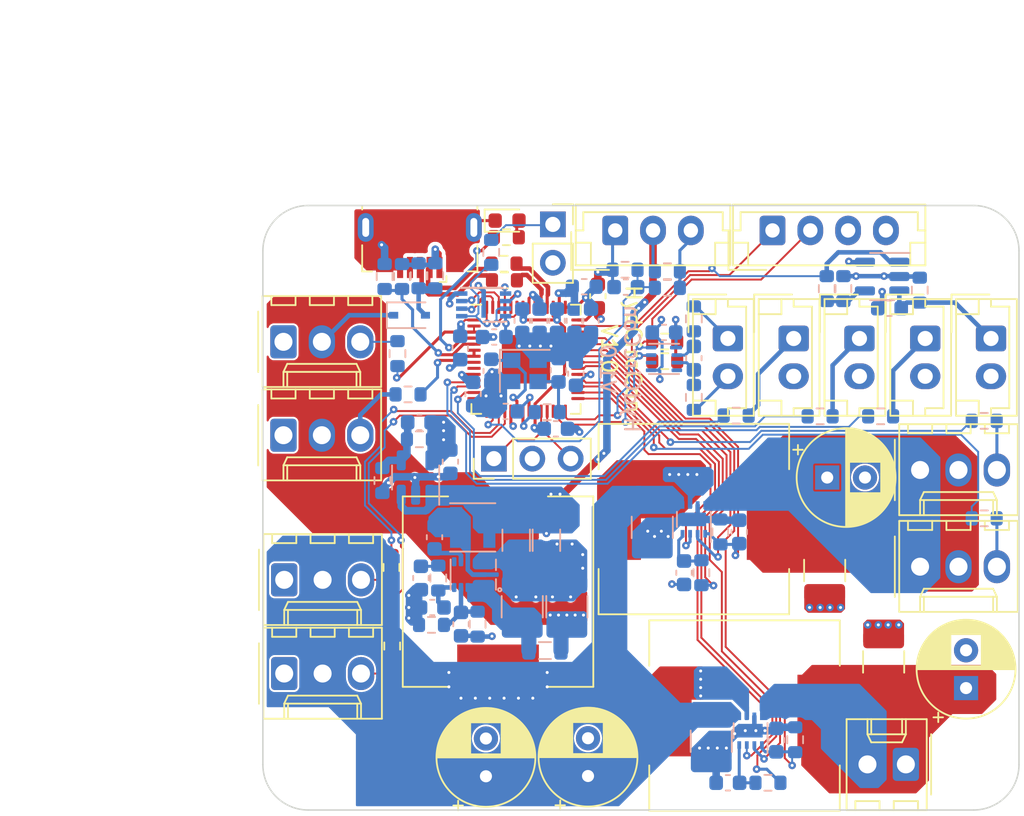
<source format=kicad_pcb>
(kicad_pcb (version 20211014) (generator pcbnew)
  (layers (0 "F.Cu" signal) (1 "In1.Cu" signal) (2 "In2.Cu" signal) (31 "B.Cu" signal) (34 "B.Paste" user) (35 "F.Paste" user) (36 "B.SilkS" user "B.Silkscreen") (37 "F.SilkS" user "F.Silkscreen") (38 "B.Mask" user) (39 "F.Mask" user) (44 "Edge.Cuts" user))
  (net 0 "")
  (net 1 "/XIN")
  (net 2 "GND")
  (net 3 "Net-(C2-Pad1)")
  (net 4 "+3V3")
  (net 5 "Net-(C4-Pad1)")
  (net 6 "+24V")
  (net 7 "Net-(C7-Pad1)")
  (net 8 "Net-(C8-Pad2)")
  (net 9 "+1V1")
  (net 10 "Net-(C13-Pad2)")
  (net 11 "Net-(C14-Pad1)")
  (net 12 "Net-(C14-Pad2)")
  (net 13 "Net-(C17-Pad2)")
  (net 14 "Net-(C19-Pad1)")
  (net 15 "/flowPuls1")
  (net 16 "Net-(C27-Pad1)")
  (net 17 "Net-(C27-Pad2)")
  (net 18 "Net-(C28-Pad1)")
  (net 19 "Net-(C29-Pad1)")
  (net 20 "/pheri/Isens0")
  (net 21 "/pheri/Isens1")
  (net 22 "Net-(C32-Pad2)")
  (net 23 "Net-(C33-Pad2)")
  (net 24 "/pheri/VM")
  (net 25 "Net-(D1-Pad2)")
  (net 26 "Net-(D2-Pad2)")
  (net 27 "VBUS")
  (net 28 "Net-(J1-Pad2)")
  (net 29 "Net-(J1-Pad3)")
  (net 31 "Net-(J2-Pad1)")
  (net 32 "Net-(J2-Pad3)")
  (net 33 "Net-(J3-Pad3)")
  (net 34 "Net-(J4-Pad3)")
  (net 35 "Net-(J5-Pad1)")
  (net 36 "Net-(J6-Pad3)")
  (net 37 "Net-(J7-Pad3)")
  (net 38 "Net-(J8-Pad1)")
  (net 39 "+5V")
  (net 40 "Net-(J10-Pad3)")
  (net 41 "/pheri/SDA")
  (net 42 "/pheri/SCL")
  (net 43 "Net-(J12-Pad1)")
  (net 44 "Net-(J12-Pad2)")
  (net 45 "Net-(J13-Pad2)")
  (net 46 "Net-(J14-Pad1)")
  (net 47 "Net-(J14-Pad3)")
  (net 48 "Net-(J15-Pad3)")
  (net 49 "Net-(J16-Pad1)")
  (net 50 "Net-(L4-Pad1)")
  (net 51 "Net-(L5-Pad1)")
  (net 52 "/XOUT")
  (net 53 "Net-(R4-Pad2)")
  (net 54 "Net-(R5-Pad2)")
  (net 56 "Net-(C39-Pad2)")
  (net 57 "/QSPI_CS")
  (net 58 "Net-(R9-Pad1)")
  (net 59 "/UART1")
  (net 60 "/UART0")
  (net 61 "Net-(R12-Pad2)")
  (net 62 "/LeakSens")
  (net 63 "Net-(R14-Pad2)")
  (net 64 "/DIN1")
  (net 65 "/DIN3")
  (net 66 "/pheri/PWM0_Iref")
  (net 67 "/pheri/PWM1_Iref")
  (net 68 "/pheri/F0_Tach")
  (net 69 "/pheri/F1_Tach")
  (net 70 "/DIN2")
  (net 71 "/QSPI_D1")
  (net 72 "/QSPI_D2")
  (net 73 "/QSPI_D0")
  (net 74 "/QSPI_CLK")
  (net 75 "/QSPI_D3")
  (net 80 "/pheri/F_EN")
  (net 81 "/pheri/P_EN")
  (net 82 "/pheri/PWM_P0")
  (net 83 "/pheri/PWM_F0")
  (net 88 "Net-(J17-Pad1)")
  (net 89 "/pheri/LED_PWM1")
  (net 90 "/pheri/LED_PWM2")
  (footprint "Connector_Molex:Molex_KK-254_AE-6410-03A_1x03_P2.54mm_Vertical" (layer "F.Cu") (at 149.61 95.52)
    (fp_text reference "J7" hide)
    (fp_text value "Conn_01x03" hide)
  )
  (footprint "Inductor_SMD:L_12x12mm_H8mm" (layer "F.Cu") (at 180.1 120.25)
    (fp_text reference "L5" hide)
    (fp_text value "33µ" hide)
  )
  (footprint "Capacitor_SMD:C_1210_3225Metric" (layer "F.Cu") (at 185.4 110.65 90)
    (fp_text reference "C32" hide)
    (fp_text value "10µ" hide)
  )
  (footprint "Connector_JST:JST_EH_B2B-EH-A_1x02_P2.50mm_Vertical" (layer "F.Cu") (at 196.4 95.3 -90)
    (fp_text reference "J9" hide)
    (fp_text value "Conn_01x02" hide)
  )
  (footprint "Connector_JST:JST_EH_B4B-EH-A_1x04_P2.50mm_Vertical" (layer "F.Cu") (at 181.95 88.15)
    (fp_text reference "J11" hide)
    (fp_text value "Conn_01x04" hide)
  )
  (footprint "Connector_JST:JST_EH_B2B-EH-A_1x02_P2.50mm_Vertical" (layer "F.Cu") (at 187.7 95.3 -90)
    (fp_text reference "J16" hide)
    (fp_text value "Conn_01x02" hide)
  )
  (footprint "Connector_JST:JST_EH_B3B-EH-A_1x03_P2.50mm_Vertical" (layer "F.Cu") (at 171.55 88.15)
    (fp_text reference "J10" hide)
    (fp_text value "Conn_01x03" hide)
  )
  (footprint "Resistor_SMD:R_0603_1608Metric" (layer "F.Cu") (at 164.2 90.35)
    (fp_text reference "R5" hide)
    (fp_text value "27" hide)
  )
  (footprint "Resistor_SMD:R_0603_1608Metric" (layer "F.Cu") (at 174.825 95.5 180)
    (fp_text reference "R25" hide)
    (fp_text value "10k" hide)
  )
  (footprint "MountingHole:MountingHole_3.2mm_M3_DIN965" (layer "F.Cu") (at 195.25 89.5)
    (fp_text reference "H2" hide)
    (fp_text value "MountingHole" hide)
  )
  (footprint "Resistor_SMD:R_0603_1608Metric" (layer "F.Cu") (at 164.35 88.6)
    (fp_text reference "R9" hide)
    (fp_text value "470R" hide)
  )
  (footprint "Inductor_SMD:L_12x12mm_H8mm" (layer "F.Cu") (at 163.8 112.05 90)
    (fp_text reference "L6" hide)
    (fp_text value "33µ" hide)
  )
  (footprint "Connector_JST:JST_EH_B2B-EH-A_1x02_P2.50mm_Vertical" (layer "F.Cu") (at 179 95.3 -90)
    (fp_text reference "J12" hide)
    (fp_text value "Conn_01x02" hide)
  )
  (footprint "Resistor_SMD:R_0603_1608Metric" (layer "F.Cu") (at 156.75 110.45 90)
    (fp_text reference "R6" hide)
    (fp_text value "1k" hide)
  )
  (footprint "Connector_USB:USB_Micro-B_GCT_USB3076-30-A" (layer "F.Cu") (at 158.625 89.15 180)
    (fp_text reference "J1" hide)
    (fp_text value "USB_B_Micro" hide)
  )
  (footprint "Connector_Molex:Molex_KK-254_AE-6410-03A_1x03_P2.54mm_Vertical" (layer "F.Cu") (at 149.66 117.47)
    (fp_text reference "J4" hide)
    (fp_text value "Conn_01x03" hide)
  )
  (footprint "Inductor_SMD:L_12x12mm_H8mm" (layer "F.Cu") (at 176.75 107.25)
    (fp_text reference "L4" hide)
    (fp_text value "33µ" hide)
  )
  (footprint "Capacitor_THT:CP_Radial_D6.3mm_P2.50mm" (layer "F.Cu") (at 185.567621 104.5)
    (fp_text reference "C34" hide)
    (fp_text value "100µ" hide)
  )
  (footprint "Capacitor_SMD:C_0603_1608Metric" (layer "F.Cu") (at 170.4 92.5 90)
    (fp_text reference "C18" hide)
    (fp_text value "100nF" hide)
  )
  (footprint "Capacitor_THT:CP_Radial_D6.3mm_P2.50mm" (layer "F.Cu") (at 163 124.267621 90)
    (fp_text reference "C5" hide)
    (fp_text value "100µ" hide)
  )
  (footprint "LED_SMD:LED_0603_1608Metric" (layer "F.Cu") (at 164.4 87.5)
    (fp_text reference "D2" hide)
    (fp_text value "Green" hide)
  )
  (footprint "MountingHole:MountingHole_3.2mm_M3_DIN965" (layer "F.Cu") (at 151.25 123.5)
    (fp_text reference "H4" hide)
    (fp_text value "MountingHole" hide)
  )
  (footprint "Connector_Molex:Molex_KK-254_AE-6410-02A_1x02_P2.54mm_Vertical" (layer "F.Cu") (at 190.77 123.48 180)
    (fp_text reference "J13" hide)
    (fp_text value "Conn_01x02" hide)
  )
  (footprint "MountingHole:MountingHole_3.2mm_M3_DIN965" (layer "F.Cu") (at 151.25 89.5)
    (fp_text reference "H3" hide)
    (fp_text value "MountingHole" hide)
  )
  (footprint "Connector_PinSocket_2.54mm:PinSocket_1x02_P2.54mm_Vertical" (layer "F.Cu") (at 167.425 87.75)
    (fp_text reference "J5" hide)
    (fp_text value "Conn_01x02" hide)
  )
  (footprint "Resistor_SMD:R_0603_1608Metric" (layer "F.Cu") (at 156.8 115.65 90)
    (fp_text reference "R7" hide)
    (fp_text value "1k" hide)
  )
  (footprint "MountingHole:MountingHole_3.2mm_M3_DIN965" (layer "F.Cu") (at 195.25 123.5)
    (fp_text reference "H1" hide)
    (fp_text value "MountingHole" hide)
  )
  (footprint "Capacitor_SMD:C_1210_3225Metric" (layer "F.Cu") (at 189.3 116.7 -90)
    (fp_text reference "C33" hide)
    (fp_text value "10µ" hide)
  )
  (footprint "Connector_Molex:Molex_KK-254_AE-6410-03A_1x03_P2.54mm_Vertical" (layer "F.Cu") (at 149.66 111.27)
    (fp_text reference "J3" hide)
    (fp_text value "Conn_01x03" hide)
  )
  (footprint "Connector_JST:JST_EH_B2B-EH-A_1x02_P2.50mm_Vertical" (layer "F.Cu") (at 192.05 95.3 -90)
    (fp_text reference "J17" hide)
    (fp_text value "Conn_01x02" hide)
  )
  (footprint "Connector_Molex:Molex_KK-254_AE-6410-03A_1x03_P2.54mm_Vertical" (layer "F.Cu") (at 191.71 104)
    (fp_text reference "J15" hide)
    (fp_text value "Conn_01x03" hide)
  )
  (footprint "Connector_PinHeader_2.54mm:PinHeader_1x03_P2.54mm_Vertical" (layer "F.Cu") (at 163.525 103.25 90)
    (fp_text reference "J2" hide)
    (fp_text value "Conn_01x03" hide)
  )
  (footprint "Capacitor_THT:CP_Radial_D6.3mm_P2.50mm" (layer "F.Cu") (at 169.75 124.25 90)
    (fp_text reference "C37" hide)
    (fp_text value "100µ" hide)
  )
  (footprint "Connector_Molex:Molex_KK-254_AE-6410-03A_1x03_P2.54mm_Vertical" (layer "F.Cu") (at 149.61 101.7)
    (fp_text reference "J6" hide)
    (fp_text value "Conn_01x03" hide)
  )
  (footprint "Connector_JST:JST_EH_B2B-EH-A_1x02_P2.50mm_Vertical" (layer "F.Cu") (at 183.35 95.3 -90)
    (fp_text reference "J8" hide)
    (fp_text value "Conn_01x02" hide)
  )
  (footprint "Connector_Molex:Molex_KK-254_AE-6410-03A_1x03_P2.54mm_Vertical" (layer "F.Cu") (at 191.71 110.4)
    (fp_text reference "J14" hide)
    (fp_text value "Conn_01x03" hide)
  )
  (footprint "Resistor_SMD:R_0603_1608Metric" (layer "F.Cu") (at 164.225 91.45)
    (fp_text reference "R4" hide)
    (fp_text value "27" hide)
  )
  (footprint "Capacitor_THT:CP_Radial_D6.3mm_P2.50mm" (layer "F.Cu") (at 194.75 118.43238 90)
    (fp_text reference "C35" hide)
    (fp_text value "100µ" hide)
  )
  (footprint "Package_DFN_QFN:QFN-56-1EP_7x7mm_P0.4mm_EP3.2x3.2mm" (layer "F.Cu") (at 165.65 96.675)
    (fp_text reference "U2" hide)
    (fp_text value "RP2040" hide)
  )
  (footprint "Resistor_SMD:R_0603_1608Metric" (layer "F.Cu") (at 174.825 96.8 180)
    (fp_text reference "R26" hide)
    (fp_text value "10k" hide)
  )
  (footprint "Resistor_SMD:R_0603_1608Metric" (layer "B.Cu") (at 195.95 107.2)
    (fp_text reference "R33" hide)
    (fp_text value "1k" hide)
  )
  (footprint "Capacitor_SMD:C_0603_1608Metric" (layer "B.Cu") (at 167.7 94.125 -90)
    (fp_text reference "C16" hide)
    (fp_text value "1µF" hide)
  )
  (footprint "Capacitor_SMD:C_0603_1608Metric" (layer "B.Cu") (at 182.2 121.875 90)
    (fp_text reference "C30" hide)
    (fp_text value "DNP" hide)
  )
  (footprint "Capacitor_SMD:C_0603_1608Metric" (layer "B.Cu") (at 167.625 101.275)
    (fp_text reference "C12" hide)
    (fp_text value "100nF" hide)
  )
  (footprint "Resistor_SMD:R_0603_1608Metric" (layer "B.Cu") (at 157.15 96.3 -90)
    (fp_text reference "R11" hide)
    (fp_text value "1k" hide)
  )
  (footprint "Capacitor_SMD:C_0603_1608Metric" (layer "B.Cu") (at 160.65 103.45 -90)
    (fp_text reference "C40" hide)
    (fp_text value "1µF" hide)
  )
  (footprint "Resistor_SMD:R_0603_1608Metric" (layer "B.Cu") (at 183.45 121.85 90)
    (fp_text reference "R31" hide)
    (fp_text value "1.1k" hide)
  )
  (footprint "Resistor_SMD:R_0603_1608Metric" (layer "B.Cu") (at 176.75 94 -90)
    (fp_text reference "R27" hide)
    (fp_text value "50R" hide)
  )
  (footprint "Resistor_SMD:R_0603_1608Metric" (layer "B.Cu") (at 159.65 91.15 90)
    (fp_text reference "R2" hide)
    (fp_text value "20R" hide)
  )
  (footprint "Resistor_SMD:R_0603_1608Metric" (layer "B.Cu") (at 167.05 100.175)
    (fp_text reference "R3" hide)
    (fp_text value "1k" hide)
  )
  (footprint "Package_TO_SOT_SMD:SOT-23-5" (layer "B.Cu") (at 158.35 104.5 90)
    (fp_text reference "U8" hide)
    (fp_text value "AP2127K-ADJ" hide)
  )
  (footprint "Capacitor_SMD:C_0603_1608Metric" (layer "B.Cu") (at 189.6875 93.3 180)
    (fp_text reference "C7" hide)
    (fp_text value "100nF" hide)
  )
  (footprint "Resistor_SMD:R_0603_1608Metric" (layer "B.Cu") (at 163.35 89.6 90)
    (fp_text reference "R8" hide)
    (fp_text value "1k" hide)
  )
  (footprint "Capacitor_SMD:C_0603_1608Metric" (layer "B.Cu") (at 179 124.7 180)
    (fp_text reference "C28" hide)
    (fp_text value "100nF" hide)
  )
  (footprint "Capacitor_SMD:C_1210_3225Metric" (layer "B.Cu") (at 168.35 113.05 -90)
    (fp_text reference "C6" hide)
    (fp_text value "10µ" hide)
  )
  (footprint "Resistor_SMD:R_0603_1608Metric" (layer "B.Cu") (at 178.5 108.1 90)
    (fp_text reference "R32" hide)
    (fp_text value "1.1k" hide)
  )
  (footprint "Bergi:TI_WSON8_2x2mm_noEP" (layer "B.Cu") (at 174.775 96.65 180)
    (fp_text reference "U5" hide)
    (fp_text value "TMP451" hide)
  )
  (footprint "Capacitor_SMD:C_0603_1608Metric" (layer "B.Cu") (at 163.55 95.2 180)
    (fp_text reference "C3" hide)
    (fp_text value "100nF" hide)
  )
  (footprint "Capacitor_SMD:C_0603_1608Metric" (layer "B.Cu") (at 158.7 111.15 90)
    (fp_text reference "C13" hide)
    (fp_text value "3.3n" hide)
  )
  (footprint "Capacitor_SMD:C_0603_1608Metric" (layer "B.Cu") (at 161.35 114.2 -90)
    (fp_text reference "C19" hide)
    (fp_text value "DNP" hide)
  )
  (footprint "Capacitor_SMD:C_0603_1608Metric" (layer "B.Cu") (at 164.3 100.125 180)
    (fp_text reference "C22" hide)
    (fp_text value "100nF" hide)
  )
  (footprint "Capacitor_SMD:C_1206_3216Metric" (layer "B.Cu") (at 167 108.65 90)
    (fp_text reference "C23" hide)
    (fp_text value "22µ" hide)
  )
  (footprint "Capacitor_SMD:C_0603_1608Metric" (layer "B.Cu") (at 159.45 113.1)
    (fp_text reference "C17" hide)
    (fp_text value "DNP" hide)
  )
  (footprint "Capacitor_SMD:C_0603_1608Metric" (layer "B.Cu") (at 161.3 95.925 -90)
    (fp_text reference "C9" hide)
    (fp_text value "100nF" hide)
  )
  (footprint "Capacitor_SMD:C_0603_1608Metric" (layer "B.Cu") (at 174.775 94.9 180)
    (fp_text reference "C26" hide)
    (fp_text value "100nF" hide)
  )
  (footprint "Crystal:Crystal_SMD_2520-4Pin_2.5x2.0mm" (layer "B.Cu") (at 165.575 97.45)
    (fp_text reference "Y1" hide)
    (fp_text value "12Mhz" hide)
  )
  (footprint "Resistor_SMD:R_0603_1608Metric" (layer "B.Cu") (at 159.4 114.25 180)
    (fp_text reference "R22" hide)
    (fp_text value "30k" hide)
  )
  (footprint "Resistor_SMD:R_0603_1608Metric" (layer "B.Cu") (at 157.45 91.2 -90)
    (fp_text reference "R12" hide)
    (fp_text value "5.6k" hide)
  )
  (footprint "Resistor_SMD:R_0603_1608Metric" (layer "B.Cu") (at 177.25 110.8 -90)
    (fp_text reference "R30" hide)
    (fp_text value "10k" hide)
  )
  (footprint "Resistor_SMD:R_0603_1608Metric" (layer "B.Cu") (at 195.95 100.75)
    (fp_text reference "R34" hide)
    (fp_text value "1k" hide)
  )
  (footprint "Capacitor_SMD:C_0603_1608Metric" (layer "B.Cu") (at 159.6 108.45 -90)
    (fp_text reference "C14" hide)
    (fp_text value "100n" hide)
  )
  (footprint "Bergi:DFN-8-1EP_3x2mm_P0.5mm_EP0.3x1.6mm" (layer "B.Cu") (at 162.85 93.075)
    (fp_text reference "U1" hide)
    (fp_text value "W25Q16JVUXIQ" hide)
  )
  (footprint "Resistor_SMD:R_0603_1608Metric" (layer "B.Cu") (at 156.15 104.7 90)
    (fp_text reference "R37" hide)
    (fp_text value "18k" hide)
  )
  (footprint "Capacitor_SMD:C_1210_3225Metric" (layer "B.Cu") (at 177.9 121.95 90)
    (fp_text reference "C38" hide)
    (fp_text value "10µ" hide)
  )
  (footprint "Resistor_SMD:R_0603_1608Metric" (layer "B.Cu") (at 186.6375 92 -90)
    (fp_text reference "R16" hide)
    (fp_text value "1k" hide)
  )
  (footprint "Resistor_SMD:R_0603_1608Metric" (layer "B.Cu") (at 185.5375 92 -90)
    (fp_text reference "R14" hide)
    (fp_text value "10k" hide)
  )
  (footprint "Capacitor_SMD:C_0603_1608Metric" (layer "B.Cu") (at 168.85 94.125 -90)
    (fp_text reference "C24" hide)
    (fp_text value "1µF" hide)
  )
  (footprint "Capacitor_SMD:C_0603_1608Metric" (layer "B.Cu") (at 172.25 91.9 180)
    (fp_text reference "C20" hide)
    (fp_text value "DNP" hide)
  )
  (footprint "Capacitor_SMD:C_0603_1608Metric" (layer "B.Cu") (at 162.15 98.975 -90)
    (fp_text reference "C21" hide)
    (fp_text value "100nF" hide)
  )
  (footprint "Resistor_SMD:R_0603_1608Metric" (layer "B.Cu") (at 179.55 100.4)
    (fp_text reference "R15" hide)
    (fp_text value "1k" hide)
  )
  (footprint "Inductor_SMD:L_0603_1608Metric" (layer "B.Cu") (at 169.5 91.875 180)
    (fp_text reference "L1" hide)
    (fp_text value "600R" hide)
  )
  (footprint "Resistor_SMD:R_0603_1608Metric" (layer "B.Cu") (at 156.3 91.2 90)
    (fp_text reference "R13" hide)
    (fp_text value "10k" hide)
  )
  (footprint "Bergi:V-DFN3020-13" (layer "B.Cu") (at 162.1625 110.925 90)
    (fp_text reference "U4" hide)
    (fp_text value "AP63357Q" hide)
  )
  (footprint "Capacitor_SMD:C_1210_3225Metric" (layer "B.Cu") (at 174 107.8 90)
    (fp_text reference "C36" hide)
    (fp_text value "10µ" hide)
  )
  (footprint "Inductor_SMD:L_Taiyo-Yuden_NR-30xx" (layer "B.Cu") (at 162.125 107.8)
    (fp_text reference "L3" hide)
    (fp_text value "6.8u" hide)
  )
  (footprint "Package_SON:WSON-8-1EP_2x2mm_P0.5mm_EP0.9x1.6mm" (layer "B.Cu") (at 180.5 121.25 90)
    (fp_text reference "U6" hide)
    (fp_text value "DRV8231ADSGR" hide)
  )
  (footprint "Resistor_SMD:R_0603_1608Metric" (layer "B.Cu") (at 191.6875 92.1 90)
    (fp_text reference "R17" hide)
    (fp_text value "1M" hide)
  )
  (footprint "Capacitor_SMD:C_0603_1608Metric" (layer "B.Cu") (at 167.8 97.4 90)
    (fp_text reference "C2" hide)
    (fp_text value "12p" hide)
  )
  (footprint "Capacitor_SMD:C_0603_1608Metric" (layer "B.Cu") (at 165.4 94.125 -90)
    (fp_text reference "C10" hide)
    (fp_text value "100nF" hide)
  )
  (footprint "Capacitor_SMD:C_0603_1608Metric" (layer "B.Cu") (at 163.35 97.45 -90)
    (fp_text reference "C1" hide)
    (fp_text value "12p" hide)
  )
  (footprint "Resistor_SMD:R_0603_1608Metric" (layer "B.Cu") (at 176.75 99.2 90)
    (fp_text reference "R28" hide)
    (fp_text value "50R" hide)
  )
  (footprint "Resistor_SMD:R_0603_1608Metric" (layer "B.Cu") (at 162.45 114.2 90)
    (fp_text reference "R21" hide)
    (fp_text value "157k" hide)
  )
  (footprint "Inductor_SMD:L_0805_2012Metric" (layer "B.Cu") (at 166.9 115.95)
    (fp_text reference "L2" hide)
    (fp_text value "10µ" hide)
  )
  (footprint "Capacitor_SMD:C_0603_1608Metric" (layer "B.Cu") (at 158.6 100.85 180)
    (fp_text reference "C39" hide)
    (fp_text value "390p" hide)
  )
  (footprint "Resistor_SMD:R_0603_1608Metric" (layer "B.Cu") (at 185.1 100.45)
    (fp_text reference "R35" hide)
    (fp_text value "1k" hide)
  )
  (footprint "Resistor_SMD:R_0603_1608Metric" (layer "B.Cu") (at 158.6 101.97)
    (fp_text reference "R36" hide)
    (fp_text value "56k" hide)
  )
  (footprint "Resistor_SMD:R_0603_1608Metric" (layer "B.Cu") (at 175 91.95 180)
    (fp_text reference "R23" hide)
    (fp_text value "100k" hide)
  )
  (footprint "Capacitor_SMD:C_1206_3216Metric" (layer "B.Cu") (at 165 108.65 90)
    (fp_text reference "C25" hide)
    (fp_text value "22µ" hide)
  )
  (footprint "Resistor_SMD:R_0603_1608Metric" (layer "B.Cu") (at 181.65 124.7)
    (fp_text reference "R29" hide)
    (fp_text value "10k" hide)
  )
  (footprint "Capacitor_SMD:C_0603_1608Metric" (layer "B.Cu") (at 176.75 96.6 -90)
    (fp_text reference "C27" hide)
    (fp_text value "100p" hide)
  )
  (footprint "Diode_SMD:D_SOD-323" (layer "B.Cu") (at 157.95 93.76)
    (fp_text reference "D1" hide)
    (fp_text value "BAT54W" hide)
  )
  (footprint "Resistor_SMD:R_0603_1608Metric" (layer "B.Cu") (at 158.55 91.15 90)
    (fp_text reference "R1" hide)
    (fp_text value "20R" hide)
  )
  (footprint "Resistor_SMD:R_0603_1608Metric" (layer "B.Cu") (at 175 90.85)
    (fp_text reference "R20" hide)
    (fp_text value "10k" hide)
  )
  (footprint "Capacitor_SMD:C_0603_1608Metric" (layer "B.Cu") (at 179.75 108.1 90)
    (fp_text reference "C31" hide)
    (fp_text value "DNP" hide)
  )
  (footprint "Capacitor_SMD:C_0603_1608Metric" (layer "B.Cu") (at 169.95 94.125 -90)
    (fp_text reference "C4" hide)
    (fp_text value "1µF" hide)
  )
  (footprint "Capacitor_SMD:C_0603_1608Metric" (layer "B.Cu") (at 176.1 110.8 -90)
    (fp_text reference "C29" hide)
    (fp_text value "100nF" hide)
  )
  (footprint "Capacitor_SMD:C_0603_1608Metric" (layer "B.Cu") (at 166.55 94.125 -90)
    (fp_text reference "C15" hide)
    (fp_text value "100nF" hide)
  )
  (footprint "Resistor_SMD:R_0603_1608Metric" (layer "B.Cu") (at 172.2 90.75 180)
    (fp_text reference "R24" hide)
    (fp_text value "62k" hide)
  )
  (footprint "Capacitor_SMD:C_0603_1608Metric" (layer "B.Cu") (at 168.95 97.625 90)
    (fp_text reference "C11" hide)
    (fp_text value "100nF" hide)
  )
  (footprint "Resistor_SMD:R_0603_1608Metric" (layer "B.Cu") (at 159.85 111.15 90)
    (fp_text reference "R19" hide)
    (fp_text value "38k" hide)
  )
  (footprint "Resistor_SMD:R_0603_1608Metric" (layer "B.Cu") (at 157.85 99)
    (fp_text reference "R10" hide)
    (fp_text value "1k" hide)
  )
  (footprint "Package_SON:WSON-8-1EP_2x2mm_P0.5mm_EP0.9x1.6mm" (layer "B.Cu") (at 176.75 107.27 90)
    (fp_text reference "U7" hide)
    (fp_text value "DRV8231ADSGR" hide)
  )
  (footprint "Package_TO_SOT_SMD:SOT-23-5" (layer "B.Cu") (at 189.2 91.2 180)
    (fp_text reference "U3" hide)
    (fp_text value "MCP6001R" hide)
  )
  (footprint "Capacitor_SMD:C_1210_3225Metric" (layer "B.Cu") (at 165.4 113.05 -90)
    (fp_text reference "C8" hide)
    (fp_text value "10µ" hide)
  )
  (footprint "Resistor_SMD:R_0603_1608Metric" (layer "B.Cu") (at 189.1 100.45)
    (fp_text reference "R18" hide)
    (fp_text value "1k" hide)
  )
  (gr_line (start 148.25 89.5) (end 148.25 123.5) (layer "Edge.Cuts") (width 0.1))
  (gr_line (start 195.25 86.5) (end 151.25 86.5) (layer "Edge.Cuts") (width 0.1))
  (gr_line (start 198.25 89.5) (end 198.25 123.5) (layer "Edge.Cuts") (width 0.1))
  (gr_arc (start 151.25 126.5) (mid 149.12868 125.62132) (end 148.25 123.5) (layer "Edge.Cuts") (width 0.1))
  (gr_arc (start 198.25 123.5) (mid 197.37132 125.62132) (end 195.25 126.5) (layer "Edge.Cuts") (width 0.1))
  (gr_arc (start 148.25 89.5) (mid 149.12868 87.37868) (end 151.25 86.5) (layer "Edge.Cuts") (width 0.1))
  (gr_arc (start 195.25 86.5) (mid 197.37132 87.37868) (end 198.25 89.5) (layer "Edge.Cuts") (width 0.1))
  (gr_line (start 195.25 126.5) (end 151.25 126.5) (layer "Edge.Cuts") (width 0.1))
  (gr_text "HydCircCon\nV1.0" (at 171.85 97.3 -90) (layer "B.SilkS") (effects (font (size 1 1)) (justify mirror)))
  (gr_text "HydCircCon\nV1.0" (at 171.95 96 270) (layer "F.SilkS") (effects (font (size 1 1))))
  (segment (start 165.05 100.1125) (end 165.05 99.45) (width 0.2) (layer "F.Cu") (net 1))
  (segment (start 165.05 99.45) (end 164.8 99.2) (width 0.2) (layer "F.Cu") (net 1))
  (via (at 164.8 99.2) (size 0.5) (drill 0.2) (layers "F.Cu" "B.Cu") (net 1))
  (segment (start 165.6 98.7) (end 165.6 97.6) (width 0.2) (layer "B.Cu") (net 1))
  (segment (start 164.7 96.75) (end 163.425 96.75) (width 0.2) (layer "B.Cu") (net 1))
  (segment (start 165.6 97.6) (end 164.75 96.75) (width 0.2) (layer "B.Cu") (net 1))
  (segment (start 164.75 96.75) (end 164.7 96.75) (width 0.2) (layer "B.Cu") (net 1))
  (segment (start 164.8 99.2) (end 165.1 99.2) (width 0.2) (layer "B.Cu") (net 1))
  (segment (start 165.1 99.2) (end 165.6 98.7) (width 0.2) (layer "B.Cu") (net 1))
  (segment (start 163.425 96.75) (end 163.35 96.675) (width 0.2) (layer "B.Cu") (net 1))
  (segment (start 163.6125 87.5) (end 162.65 87.5) (width 0.2) (layer "F.Cu") (net 2))
  (segment (start 164.65 100.1125) (end 164.65 100.95) (width 0.2) (layer "F.Cu") (net 2))
  (segment (start 170.4 91.725) (end 170.4 90.9) (width 0.5) (layer "F.Cu") (net 2))
  (segment (start 162.65 87.5) (end 162.2 87.95) (width 0.2) (layer "F.Cu") (net 2))
  (segment (start 164.65 100.95) (end 164.8 101.1) (width 0.2) (layer "F.Cu") (net 2))
  (via (at 189.6 114.25) (size 0.5) (drill 0.2) (layers "F.Cu" "B.Cu") (net 2))
  (via (at 187 90.2) (size 0.5) (drill 0.2) (layers "F.Cu" "B.Cu") (net 2))
  (via (at 167.7 108.9) (size 0.5) (drill 0.2) (layers "F.Cu" "B.Cu") (net 2))
  (via (at 177.7 122.4) (size 0.5) (drill 0.2) (layers "F.Cu" "B.Cu") (net 2))
  (via (at 168.6 112.4) (size 0.5) (drill 0.2) (layers "F.Cu" "B.Cu") (net 2))
  (via (at 167.3 95.8) (size 0.5) (drill 0.2) (layers "F.Cu" "B.Cu") (net 2))
  (via (at 163.007086 99.097786) (size 0.5) (drill 0.2) (layers "F.Cu" "B.Cu") (net 2))
  (via (at 188.25 114.25) (size 0.5) (drill 0.2) (layers "F.Cu" "B.Cu") (net 2))
  (via (at 167.4 112.4) (size 0.5) (drill 0.2) (layers "F.Cu" "B.Cu") (net 2))
  (via (at 185.75 113.1) (size 0.5) (drill 0.2) (layers "F.Cu" "B.Cu") (net 2))
  (via (at 184.4 113.1) (size 0.5) (drill 0.2) (layers "F.Cu" "B.Cu") (net 2))
  (via (at 157.9 112.3) (size 0.5) (drill 0.2) (layers "F.Cu" "B.Cu") (net 2))
  (via (at 163.4 97.502) (size 0.5) (drill 0.2) (layers "F.Cu" "B.Cu") (net 2))
  (via (at 169.188519 101.488519) (size 0.5) (drill 0.2) (layers "F.Cu" "B.Cu") (net 2))
  (via (at 162.5 91.8) (size 0.5) (drill 0.2) (layers "F.Cu" "B.Cu") (net 2))
  (via (at 180.85 121.25) (size 0.5) (drill 0.2) (layers "F.Cu" "B.Cu") (net 2))
  (via (at 159.85 104.45) (size 0.5) (drill 0.2) (layers "F.Cu" "B.Cu") (net 2))
  (via (at 169.4 110.5) (size 0.5) (drill 0.2) (layers "F.Cu" "B.Cu") (net 2))
  (via (at 179.45 121.45) (size 0.5) (drill 0.2) (layers "F.Cu" "B.Cu") (net 2))
  (via (at 169.4 109.6) (size 0.5) (drill 0.2) (layers "F.Cu" "B.Cu") (net 2))
  (via (at 158.3 104.5) (size 0.5) (drill 0.2) (layers "F.Cu" "B.Cu") (net 2))
  (via (at 166.6 95.8) (size 0.5) (drill 0.2) (layers "F.Cu" "B.Cu") (net 2))
  (via (at 181.45 121.25) (size 0.5) (drill 0.2) (layers "F.Cu" "B.Cu") (net 2))
  (via (at 156.55 104.85) (size 0.5) (drill 0.2) (layers "F.Cu" "B.Cu") (net 2))
  (via (at 174.6 108.05) (size 0.5) (drill 0.2) (layers "F.Cu" "B.Cu") (net 2))
  (via (at 163.498 95.2) (size 0.5) (drill 0.2) (layers "F.Cu" "B.Cu") (net 2))
  (via (at 165.2 95.8) (size 0.5) (drill 0.2) (layers "F.Cu" "B.Cu") (net 2))
  (via (at 186.45 113.1) (size 0.5) (drill 0.2) (layers "F.Cu" "B.Cu") (net 2))
  (via (at 165.9 95.8) (size 0.5) (drill 0.2) (layers "F.Cu" "B.Cu") (net 2))
  (via (at 160.6 97.25) (size 0.5) (drill 0.2) (layers "F.Cu" "B.Cu") (net 2))
  (via (at 173.7 108.05) (size 0.5) (drill 0.2) (layers "F.Cu" "B.Cu") (net 2))
  (via (at 157.9 113.8) (size 0.5) (drill 0.2) (layers "F.Cu" "B.Cu") (net 2))
  (via (at 185.1 113.1) (size 0.5) (drill 0.2) (layers "F.Cu" "B.Cu") (net 2))
  (via (at 166.3 112.4) (size 0.5) (drill 0.2) (layers "F.Cu" "B.Cu") (net 2))
  (via (at 156.1 89.1) (size 0.5) (drill 0.2) (layers "F.Cu" "B.Cu") (net 2))
  (via (at 174.5 98) (size 0.5) (drill 0.2) (layers "F.Cu" "B.Cu") (net 2))
  (via (at 190.3 114.25) (size 0.5) (drill 0.2) (layers "F.Cu" "B.Cu") (net 2))
  (via (at 178.3 122.4) (size 0.5) (drill 0.2) (layers "F.Cu" "B.Cu") (net 2))
  (via (at 188.95 114.25) (size 0.5) (drill 0.2) (layers "F.Cu" "B.Cu") (net 2))
  (via (at 174.6 94.05) (size 0.5) (drill 0.2) (layers "F.Cu" "B.Cu") (net 2))
  (via (at 164.8 101.1) (size 0.5) (drill 0.2) (layers "F.Cu" "B.Cu") (net 2))
  (via (at 160.6 93) (size 0.5) (drill 0.2) (layers "F.Cu" "B.Cu") (net 2))
  (via (at 178.9 122.4) (size 0.5) (drill 0.2) (layers "F.Cu" "B.Cu") (net 2))
  (via (at 189.2 92.2) (size 0.5) (drill 0.2) (layers "F.Cu" "B.Cu") (net 2))
  (via (at 168.7 108.9) (size 0.5) (drill 0.2) (layers "F.Cu" "B.Cu") (net 2))
  (via (at 180.15 121.25) (size 0.5) (drill 0.2) (layers "F.Cu" "B.Cu") (net 2))
  (via (at 164 99.1) (size 0.5) (drill 0.2) (layers "F.Cu" "B.Cu") (net 2))
  (via (at 174.15 108.4) (size 0.5) (drill 0.2) (layers "F.Cu" "B.Cu") (net 2))
  (via (at 165 112.4) (size 0.5) (drill 0.2) (layers "F.Cu" "B.Cu") (net 2))
  (via (at 175.05 108.4) (size 0.5) (drill 0.2) (layers "F.Cu" "B.Cu") (net 2))
  (via (at 170.4 90.9) (size 0.5) (drill 0.2) (layers "F.Cu" "B.Cu") (net 2))
  (via (at 175.3 111.55) (size 0.5) (drill 0.2) (layers "F.Cu" "B.Cu") (net 2))
  (via (at 157.9 113.1) (size 0.5) (drill 0.2) (layers "F.Cu" "B.Cu") (net 2))
  (via (at 177.126502 122.4) (size 0.5) (drill 0.2) (layers "F.Cu" "B.Cu") (net 2))
  (segment (start 160.7 92.6) (end 160.6 92.7) (width 0.3) (layer "B.Cu") (net 2))
  (segment (start 178.225 123.75) (end 177.9 123.425) (width 0.5) (layer "B.Cu") (net 2))
  (segment (start 163.35 98.754872) (end 163.007086 99.097786) (width 0.5) (layer "B.Cu") (net 2))
  (segment (start 163.007086 99.097786) (end 163.997786 99.097786) (width 0.5) (layer "B.Cu") (net 2))
  (segment (start 163.997786 99.097786) (end 164 99.1) (width 0.5) (layer "B.Cu") (net 2))
  (segment (start 188.0625 90.25) (end 187.05 90.25) (width 0.3) (layer "B.Cu") (net 2))
  (segment (start 177.7 122.4) (end 178.3 122.4) (width 0.3) (layer "B.Cu") (net 2))
  (segment (start 174.6 94.05) (end 174.6 94.3) (width 0.2) (layer "B.Cu") (net 2))
  (segment (start 160.6 97.25) (end 160.75 97.25) (width 0.3) (layer "B.Cu") (net 2))
  (segment (start 162.354872 99.75) (end 162.702436 99.402436) (width 0.5) (layer "B.Cu") (net 2))
  (segment (start 174.65 95.55) (end 174.65 97.15) (width 0.2) (layer "B.Cu") (net 2))
  (segment (start 174.65 97.15) (end 174.5 97.3) (width 0.2) (layer "B.Cu") (net 2))
  (segment (start 163.35 98.225) (end 164.625 98.225) (width 0.2) (layer "B.Cu") (net 2))
  (segment (start 158.3 104.5) (end 158.25 104.45) (width 0.5) (layer "B.Cu") (net 2))
  (segment (start 168.4 101.275) (end 168.975 101.275) (width 0.5) (layer "B.Cu") (net 2))
  (segment (start 162.85 92.15) (end 162.6 91.9) (width 0.3) (layer "B.Cu") (net 2))
  (segment (start 156.3 90.375) (end 156.3 89.3) (width 0.5) (layer "B.Cu") (net 2))
  (segment (start 156.95 104.45) (end 158.25 104.45) (width 0.5) (layer "B.Cu") (net 2))
  (segment (start 162.6 91.9) (end 162.5 91.8) (width 0.3) (layer "B.Cu") (net 2))
  (segment (start 177.9 123.425) (end 177.126502 122.651502) (width 0.3) (layer "B.Cu") (net 2))
  (segment (start 176.755 107.275) (end 176.75 107.27) (width 0.5) (layer "B.Cu") (net 2))
  (segment (start 178.225 124.7) (end 178.225 123.75) (width 0.5) (layer "B.Cu") (net 2))
  (segment (start 174.5 97.3) (end 174.4 97.4) (width 0.2) (layer "B.Cu") (net 2))
  (segment (start 163.35 98.225) (end 163.35 97.552) (width 0.5) (layer "B.Cu") (net 2))
  (segment (start 168.975 101.275) (end 169.188519 101.488519) (width 0.5) (layer "B.Cu") (net 2))
  (segment (start 174 94.9) (end 174.65 95.55) (width 0.2) (layer "B.Cu") (net 2))
  (segment (start 171.55 88.15) (end 171.375 88.325) (width 0.2) (layer "B.Cu") (net 2))
  (segment (start 175.325 111.575) (end 175.3 111.55) (width 0.2) (layer "B.Cu") (net 2))
  (segment (start 180.5 121.25) (end 180.15 121.25) (width 0.5) (layer "B.Cu") (net 2))
  (segment (start 162.802436 99.402436) (end 162.702436 99.402436) (width 0.5) (layer "B.Cu") (net 2))
  (segment (start 183.45 121.025) (end 182.275 121.025) (width 0.5) (layer "B.Cu") (net 2))
  (segment (start 177.126502 122.651502) (end 177.126502 122.4) (width 0.3) (layer "B.Cu") (net 2))
  (segment (start 158.35 105.6375) (end 158.35 104.55) (width 0.5) (layer "B.Cu") (net 2))
  (segment (start 176.1 111.575) (end 175.325 111.575) (width 0.2) (layer "B.Cu") (net 2))
  (segment (start 164.625 98.225) (end 164.7 98.15) (width 0.2) (layer "B.Cu") (net 2))
  (segment (start 188.9125 93.1875) (end 189.2 92.9) (width 0.3) (layer "B.Cu") (net 2))
  (segment (start 159.85 104.45) (end 160.425 104.45) (width 0.5) (layer "B.Cu") (net 2))
  (segment (start 162.85 93.075) (end 162.85 92.15) (width 0.3) (layer "B.Cu") (net 2))
  (segment (start 178.5 107.275) (end 176.755 107.275) (width 0.5) (layer "B.Cu") (net 2))
  (segment (start 178.55 107.325) (end 178.5 107.275) (width 0.5) (layer "B.Cu") (net 2))
  (segment (start 188.9125 93.3) (end 188.9125 93.1875) (width 0.3) (layer "B.Cu") (net 2))
  (segment (start 160.975 92.325) (end 160.7 92.6) (width 0.3) (layer "B.Cu") (net 2))
  (segment (start 162.775 95.2) (end 163.498 95.2) (width 0.5) (layer "B.Cu") (net 2))
  (segment (start 163.525 100.125) (end 162.802436 99.402436) (width 0.5) (layer "B.Cu") (net 2))
  (segment (start 170.4 90.9) (end 171.225 90.9) (width 0.5) (layer "B.Cu") (net 2))
  (segment (start 177 107.02) (end 176.75 107.27) (width 0.3) (layer "B.Cu") (net 2))
  (segment (start 180.5 121.25) (end 180.85 121.25) (width 0.5) (layer "B.Cu") (net 2))
  (segment (start 180.85 121.25) (end 181.45 121.25) (width 0.5) (layer "B.Cu") (net 2))
  (segment (start 182.275 121.025) (end 182.2 121.1) (width 0.5) (layer "B.Cu") (net 2))
  (segment (start 182.05 121.25) (end 182.2 121.1) (width 0.5) (layer "B.Cu") (net 2))
  (segment (start 181.45 121.25) (end 182.05 121.25) (width 0.5) (layer "B.Cu") (net 2))
  (segment (start 162.15 99.75) (end 162.354872 99.75) (width 0.5) (layer "B.Cu") (net 2))
  (segment (start 180.75 121) (end 180.5 121.25) (width 0.3) (layer "B.Cu") (net 2))
  (segment (start 171.225 90.9) (end 171.375 90.75) (width 0.5) (layer "B.Cu") (net 2))
  (segment (start 174.5 97.3) (end 174.5 98) (width 0.2) (layer "B.Cu") (net 2))
  (segment (start 158.25 104.45) (end 159.85 104.45) (width 0.5) (layer "B.Cu") (net 2))
  (segment (start 177 106.32) (end 177 107.02) (width 0.3) (layer "B.Cu") (net 2))
  (segment (start 163.35 97.552) (end 163.4 97.502) (width 0.5) (layer "B.Cu") (net 2))
  (segment (start 174.4 97.4) (end 173.925 97.4) (width 0.2) (layer "B.Cu") (net 2))
  (segment (start 160.6 92.7) (end 160.6 93) (width 0.3) (layer "B.Cu") (net 2))
  (segment (start 179.65 121.25) (end 179.45 121.45) (width 0.5) (layer "B.Cu") (net 2))
  (segment (start 171.375 88.325) (end 171.375 90.75) (width 0.2) (layer "B.Cu") (net 2))
  (segment (start 161.4 92.325) (end 160.975 92.325) (width 0.3) (layer "B.Cu") (net 2))
  (segment (start 156.55 104.85) (end 156.95 104.45) (width 0.5) (layer "B.Cu") (net 2))
  (segment (start 171.375 91.8) (end 171.475 91.9) (width 0.2) (layer "B.Cu") (net 2))
  (segment (start 156.15 105.25) (end 156.55 104.85) (width 0.5) (layer "B.Cu") (net 2))
  (segment (start 167.675 96.75) (end 167.8 96.625) (width 0.2) (layer "B.Cu") (net 2))
  (segment (start 156.3 89.3) (end 156.1 89.1) (width 0.5) (layer "B.Cu") (net 2))
  (segment (start 156.15 105.525) (end 156.15 105.25) (width 0.5) (layer "B.Cu") (net 2))
  (segment (start 180.75 120.3) (end 180.75 121) (width 0.3) (layer "B.Cu") (net 2))
  (segment (start 160.425 104.45) (end 160.65 104.225) (width 0.5) (layer "B.Cu") (net 2))
  (segment (start 160.75 97.25) (end 161.3 96.7) (width 0.3) (layer "B.Cu") (net 2))
  (segment (start 187.05 90.25) (end 187 90.2) (width 0.3) (layer "B.Cu") (net 2))
  (segment (start 189.2 92.9) (end 189.2 92.2) (width 0.3) (layer "B.Cu") (net 2))
  (segment (start 166.45 96.75) (end 167.675 96.75) (width 0.2) (layer "B.Cu") (net 2))
  (segment (start 174.6 94.3) (end 174 94.9) (width 0.2) (layer "B.Cu") (net 2))
  (segment (start 171.375 90.75) (end 171.375 91.8) (width 0.2) (layer "B.Cu") (net 2))
  (segment (start 162.702436 99.402436) (end 163.007086 99.097786) (width 0.5) (layer "B.Cu") (net 2))
  (segment (start 158.35 104.55) (end 158.3 104.5) (width 0.5) (layer "B.Cu") (net 2))
  (segment (start 163.35 98.225) (end 163.35 98.754872) (width 0.5) (layer "B.Cu") (net 2))
  (segment (start 179.75 107.325) (end 178.55 107.325) (width 0.5) (layer "B.Cu") (net 2))
  (segment (start 180.15 121.25) (end 179.65 121.25) (width 0.5) (layer "B.Cu") (net 2))
  (segment (start 167.775 98.15) (end 167.8 98.175) (width 0.2) (layer "B.Cu") (net 3))
  (segment (start 167.8 98.175) (end 167.8 100.1) (width 0.2) (layer "B.Cu") (net 3))
  (segment (start 167.8 100.1) (end 167.875 100.175) (width 0.2) (layer "B.Cu") (net 3))
  (segment (start 166.45 98.15) (end 167.775 98.15) (width 0.2) (layer "B.Cu") (net 3))
  (segment (start 175.55 94.05) (end 175.55 96.7) (width 0.2) (layer "F.Cu") (net 4))
  (segment (start 166.25 93.2375) (end 166.25 92.55) (width 0.2) (layer "F.Cu") (net 4))
  (segment (start 169.0875 97.675) (end 169.925 97.675) (width 0.2) (layer "F.Cu") (net 4))
  (segment (start 165.9 99.2) (end 165.85 99.25) (width 0.2) (layer "F.Cu") (net 4))
  (segment (start 167.85 92.35) (end 167.8 92.3) (width 0.2) (layer "F.Cu") (net 4))
  (segment (start 170.4 93.800766) (end 170.612247 94.013013) (width 0.5) (layer "F.Cu") (net 4))
  (segment (start 169.625 94.075) (end 170.325 93.375) (width 0.2) (layer "F.Cu") (net 4))
  (segment (start 165.85 93.2375) (end 165.85 92.65) (width 0.2) (layer "F.Cu") (net 4))
  (segment (start 165.85 92.65) (end 166.1 92.4) (width 0.2) (layer "F.Cu") (net 4))
  (segment (start 167.85 93.2375) (end 167.85 92.35) (width 0.2) (layer "F.Cu") (net 4))
  (segment (start 161.626502 94.075) (end 161.35 94.351502) (width 0.127) (layer "F.Cu") (net 4))
  (segment (start 169.0875 94.075) (end 169.625 94.075) (width 0.2) (layer "F.Cu") (net 4))
  (segment (start 161.425 97.675) (end 162.2125 97.675) (width 0.2) (layer "F.Cu") (net 4))
  (segment (start 166.25 92.55) (end 166.1 92.4) (width 0.2) (layer "F.Cu") (net 4))
  (segment (start 175.55 96.7) (end 175.65 96.8) (width 0.2) (layer "F.Cu") (net 4))
  (segment (start 161.4 97.7) (end 161.425 97.675) (width 0.2) (layer "F.Cu") (net 4))
  (segment (start 170.4 93.275) (end 170.4 93.800766) (width 0.5) (layer "F.Cu") (net 4))
  (segment (start 162.2125 94.075) (end 161.626502 94.075) (width 0.127) (layer "F.Cu") (net 4))
  (segment (start 165.85 99.25) (end 165.85 100.1125) (width 0.2) (layer "F.Cu") (net 4))
  (via (at 160.2 102) (size 0.5) (drill 0.2) (layers "F.Cu" "B.Cu") (net 4))
  (via (at 164.326339 94.314287) (size 0.5) (drill 0.2) (layers "F.Cu" "B.Cu") (net 4))
  (via (at 187.475 91.175) (size 0.5) (drill 0.2) (layers "F.Cu" "B.Cu") (net 4))
  (via (at 161.4 97.7) (size 0.5) (drill 0.2) (layers "F.Cu" "B.Cu") (net 4))
  (via (at 165.9 99.2) (size 0.5) (drill 0.2) (layers "F.Cu" "B.Cu") (net 4))
  (via (at 166.1 92.4) (size 0.5) (drill 0.2) (layers "F.Cu" "B.Cu") (net 4))
  (via (at 175.55 94.05) (size 0.5) (drill 0.2) (layers "F.Cu" "B.Cu") (net 4))
  (via (at 189.325 91.175) (size 0.5) (drill 0.2) (layers "F.Cu" "B.Cu") (net 4))
  (via (at 160.2 101.4) (size 0.5) (drill 0.2) (layers "F.Cu" "B.Cu") (net 4))
  (via (at 160.2 100.84) (size 0.5) (drill 0.2) (layers "F.Cu" "B.Cu") (net 4))
  (via (at 167.8 92.3) (size 0.5) (drill 0.2) (layers "F.Cu" "B.Cu") (net 4))
  (via (at 161.35 94.351502) (size 0.5) (drill 0.2) (layers "F.Cu" "B.Cu") (net 4))
  (via (at 170.612247 94.013013) (size 0.5) (drill 0.2) (layers "F.Cu" "B.Cu") (net 4))
  (via (at 169.925 97.675) (size 0.5) (drill 0.2) (layers "F.Cu" "B.Cu") (net 4))
  (segment (start 186.6375 91.175) (end 187.475 91.175) (width 0.3) (layer "B.Cu") (net 4))
  (segment (start 175.575 94.925) (end 175.55 94.9) (width 0.2) (layer "B.Cu") (net 4))
  (segment (start 161.35 94.351502) (end 161.35 95.1) (width 0.5) (layer "B.Cu") (net 4))
  (segment (start 159.375 102.325) (end 159.375 103.2875) (width 0.5) (layer "B.Cu") (net 4))
  (segment (start 165.9 99.2) (end 165.9 99.3) (width 0.2) (layer "B.Cu") (net 4))
  (segment (start 159.375 103.2875) (end 159.3 103.3625) (width 0.5) (layer "B.Cu") (net 4))
  (segment (start 161.35 95.1) (end 161.3 95.15) (width 0.127) (layer "B.Cu") (net 4))
  (segment (start 187.575 91.175) (end 189.025 91.175) (width 0.3) (layer "B.Cu") (net 4))
  (segment (start 168.2875 92.3) (end 168.7125 91.875) (width 0.5) (layer "B.Cu") (net 4))
  (segment (start 190.3375 91.2) (end 191.6125 91.2) (width 0.3) (layer "B.Cu") (net 4))
  (segment (start 166.55 92.85) (end 166.1 92.4) (width 0.5) (layer "B.Cu") (net 4))
  (segment (start 168.85 92.3) (end 168.2875 92.3) (width 0.5) (layer "B.Cu") (net 4))
  (segment (start 175.55 94.9) (end 175.55 94.05) (width 0.2) (layer "B.Cu") (net 4))
  (segment (start 165.9 99.3) (end 165.075 100.125) (width 0.2) (layer "B.Cu") (net 4))
  (segment (start 169.65 97.7) (end 169.9 97.7) (width 0.2) (layer "B.Cu") (net 4))
  (segment (start 175.575 95.9) (end 175.575 94.925) (width 0.2) (layer "B.Cu") (net 4))
  (segment (start 191.6125 91.2) (end 191.6875 91.275) (width 0.3) (layer "B.Cu") (net 4))
  (segment (start 164.312052 94.3) (end 164.326339 94.314287) (width 0.2) (layer "B.Cu") (net 4))
  (segment (start 161.4 97.7) (end 161.9 98.2) (width 0.5) (layer "B.Cu") (net 4))
  (segment (start 161.9 98.2) (end 162.15 98.2) (width 0.5) (layer "B.Cu") (net 4))
  (segment (start 164.3 95.175) (end 164.325 95.2) (width 0.2) (layer "B.Cu") (net 4))
  (segment (start 159.725 102.675) (end 159.375 102.325) (width 0.5) (layer "B.Cu") (net 4))
  (segment (start 189.325 91.175) (end 190.3125 91.175) (width 0.3) (layer "B.Cu") (net 4))
  (segment (start 159.375 100.85) (end 159.375 102.325) (width 0.5) (layer "B.Cu") (net 4))
  (segment (start 166.55 93.35) (end 166.55 92.85) (width 0.5) (layer "B.Cu") (net 4))
  (segment (start 168.95 98.4) (end 169.65 97.7) (width 0.2) (layer "B.Cu") (net 4))
  (segment (start 164.3 94.3) (end 164.312052 94.3) (width 0.2) (layer "B.Cu") (net 4))
  (segment (start 187.475 91.175) (end 187.575 91.175) (width 0.3) (layer "B.Cu") (net 4))
  (segment (start 164.3 93.825) (end 164.3 94.3) (width 0.2) (layer "B.Cu") (net 4))
  (segment (start 160.65 102.675) (end 159.725 102.675) (width 0.5) (layer "B.Cu") (net 4))
  (segment (start 169.9 97.7) (end 169.925 97.675) (width 0.2) (layer "B.Cu") (net 4))
  (segment (start 167.8 92.3) (end 168.2875 92.3) (width 0.5) (layer "B.Cu") (net 4))
  (segment (start 168.85 93.35) (end 168.85 92.3) (width 0.5) (layer "B.Cu") (net 4))
  (segment (start 189.025 91.175) (end 189.325 91.175) (width 0.3) (layer "B.Cu") (net 4))
  (segment (start 164.3 94.3) (end 164.3 95.175) (width 0.2) (layer "B.Cu") (net 4))
  (segment (start 190.3125 91.175) (end 190.3375 91.2) (width 0.3) (layer "B.Cu") (net 4))
  (segment (start 168.25 93.2375) (end 168.9625 93.2375) (width 0.2) (layer "F.Cu") (net 5))
  (segment (start 168.9625 93.2375) (end 169.6 92.6) (width 0.2) (layer "F.Cu") (net 5))
  (via (at 169.6 92.6) (size 0.5) (drill 0.2) (layers "F.Cu" "B.Cu") (net 5))
  (segment (start 170 93) (end 169.6 92.6) (width 0.5) (layer "B.Cu") (net 5))
  (segment (start 169.95 93.35) (end 170 93.3) (width 0.5) (layer "B.Cu") (net 5))
  (segment (start 170 93.3) (end 170 93) (width 0.5) (layer "B.Cu") (net 5))
  (segment (start 169.6 92.6) (end 169.6 92.5625) (width 0.5) (layer "B.Cu") (net 5))
  (segment (start 169.6 92.5625) (end 170.2875 91.875) (width 0.5) (layer "B.Cu") (net 5))
  (via (at 168.9 113.6) (size 0.5) (drill 0.2) (layers "F.Cu" "B.Cu") (net 6))
  (via (at 167.8 113.6) (size 0.5) (drill 0.2) (layers "F.Cu" "B.Cu") (net 6))
  (via (at 169.45 113.6) (size 0.5) (drill 0.2) (layers "F.Cu" "B.Cu") (net 6))
  (via (at 167.25 113.6) (size 0.5) (drill 0.2) (layers "F.Cu" "B.Cu") (net 6))
  (via (at 168.35 113.6) (size 0.5) (drill 0.2) (layers "F.Cu" "B.Cu") (net 6))
  (segment (start 167.9625 114.9125) (end 168.35 114.525) (width 1) (layer "B.Cu") (net 6))
  (segment (start 156.9 93.76) (end 153.95 93.76) (width 0.3) (layer "B.Cu") (net 6))
  (segment (start 167.9625 115.95) (end 167.9625 114.9125) (width 1) (layer "B.Cu") (net 6))
  (segment (start 152.19 95.52) (end 152.15 95.52) (width 0.3) (layer "B.Cu") (net 6))
  (segment (start 153.95 93.76) (end 152.19 95.52) (width 0.3) (layer "B.Cu") (net 6))
  (segment (start 194.025 92.925) (end 191.6875 92.925) (width 0.3) (layer "B.Cu") (net 7))
  (segment (start 196.4 95.3) (end 194.025 92.925) (width 0.3) (layer "B.Cu") (net 7))
  (segment (start 190.3375 93.175) (end 190.4625 93.3) (width 0.3) (layer "B.Cu") (net 7))
  (segment (start 190.8375 92.925) (end 190.4625 93.3) (width 0.3) (layer "B.Cu") (net 7))
  (segment (start 190.3375 92.15) (end 190.3375 93.175) (width 0.3) (layer "B.Cu") (net 7))
  (segment (start 191.6875 92.925) (end 190.8375 92.925) (width 0.3) (layer "B.Cu") (net 7))
  (segment (start 165.8375 114.8625) (end 165.5 114.525) (width 1) (layer "B.Cu") (net 8))
  (segment (start 165.8375 115.95) (end 165.8375 114.8625) (width 1) (layer "B.Cu") (net 8))
  (segment (start 165.45 94.051187) (end 165.472313 94.0735) (width 0.2) (layer "F.Cu") (net 9))
  (segment (start 167.45 93.8235) (end 167.7 94.0735) (width 0.2) (layer "F.Cu") (net 9))
  (segment (start 168.2 97.67458) (end 168.2 94.5735) (width 0.2) (layer "F.Cu") (net 9))
  (segment (start 167.7 94.0735) (end 165.472313 94.0735) (width 0.2) (layer "F.Cu") (net 9))
  (segment (start 165.45 93.2375) (end 165.45 94.051187) (width 0.2) (layer "F.Cu") (net 9))
  (segment (start 167.45 93.2375) (end 167.45 93.8235) (width 0.2) (layer "F.Cu") (net 9))
  (segment (start 166.25 100.1125) (end 166.25 99.62458) (width 0.2) (layer "F.Cu") (net 9))
  (segment (start 168.2 94.5735) (end 167.7 94.0735) (width 0.2) (layer "F.Cu") (net 9))
  (segment (start 166.25 99.62458) (end 168.2 97.67458) (width 0.2) (layer "F.Cu") (net 9))
  (segment (start 166.25 101.15) (end 166.25 100.1125) (width 0.2) (layer "F.Cu") (net 9))
  (segment (start 166.2 101.2) (end 166.25 101.15) (width 0.2) (layer "F.Cu") (net 9))
  (via (at 165.472313 94.0735) (size 0.5) (drill 0.2) (layers "F.Cu" "B.Cu") (net 9))
  (via (at 167.7 94.0735) (size 0.5) (drill 0.2) (layers "F.Cu" "B.Cu") (net 9))
  (via (at 166.2 101.2) (size 0.5) (drill 0.2) (layers "F.Cu" "B.Cu") (net 9))
  (segment (start 165.472313 94.0735) (end 165.472313 93.422313) (width 0.5) (layer "B.Cu") (net 9))
  (segment (start 167.7 94.0735) (end 167.7 93.35) (width 0.5) (layer "B.Cu") (net 9))
  (segment (start 166.2 101.2) (end 166.275 101.275) (width 0.5) (layer "B.Cu") (net 9))
  (segment (start 166.275 101.275) (end 166.85 101.275) (width 0.5) (layer "B.Cu") (net 9))
  (segment (start 165.472313 93.422313) (end 165.4 93.35) (width 0.2) (layer "B.Cu") (net 9))
  (segment (start 158.7 110.375) (end 159.8 110.375) (width 0.2) (layer "B.Cu") (net 10))
  (segment (start 159.8 110.375) (end 159.85 110.325) (width 0.2) (layer "B.Cu") (net 10))
  (segment (start 162.125 110.925) (end 161.8 110.6) (width 0.3) (layer "B.Cu") (net 11))
  (segment (start 162.9875 110.925) (end 162.125 110.925) (width 0.3) (layer "B.Cu") (net 11))
  (segment (start 161.8 110.6) (end 161.8 110.075) (width 0.3) (layer "B.Cu") (net 11))
  (segment (start 161.8 110.075) (end 161.8 108.575) (width 0.3) (layer "B.Cu") (net 11))
  (segment (start 161.8 108.575) (end 161.025 107.8) (width 0.3) (layer "B.Cu") (net 11))
  (segment (start 161.35 109.65) (end 161.198 109.498) (width 0.3) (layer "B.Cu") (net 12))
  (segment (start 161.35 110.075) (end 161.35 109.65) (width 0.3) (layer "B.Cu") (net 12))
  (segment (start 159.873 109.498) (end 159.6 109.225) (width 0.3) (layer "B.Cu") (net 12))
  (segment (start 161.198 109.498) (end 159.873 109.498) (width 0.3) (layer "B.Cu") (net 12))
  (segment (start 160.9 111.775) (end 160.05 111.775) (width 0.3) (layer "B.Cu") (net 13))
  (segment (start 159.85 111.975) (end 159.85 112.725) (width 0.3) (layer "B.Cu") (net 13))
  (segment (start 159.85 112.725) (end 160.225 113.1) (width 0.3) (layer "B.Cu") (net 13))
  (segment (start 160.05 111.775) (end 159.85 111.975) (width 0.3) (layer "B.Cu") (net 13))
  (segment (start 160.225 114.25) (end 160.525 114.25) (width 0.3) (layer "B.Cu") (net 14))
  (segment (start 161.4 113.375) (end 161.35 113.425) (width 0.3) (layer "B.Cu") (net 14))
  (segment (start 160.525 114.25) (end 161.35 113.425) (width 0.3) (layer "B.Cu") (net 14))
  (segment (start 161.35 111.775) (end 161.35 113.425) (width 0.3) (layer "B.Cu") (net 14))
  (segment (start 162.45 113.375) (end 161.4 113.375) (width 0.3) (layer "B.Cu") (net 14))
  (segment (start 163.45 100.7) (end 163.45 100.1125) (width 0.127) (layer "F.Cu") (net 15))
  (segment (start 163.15 101) (end 163.45 100.7) (width 0.127) (layer "F.Cu") (net 15))
  (via (at 163.15 101) (size 0.5) (drill 0.2) (layers "F.Cu" "B.Cu") (net 15))
  (segment (start 173.025 91.9) (end 173.025 90.75) (width 0.127) (layer "B.Cu") (net 15))
  (segment (start 172.1 94.4) (end 172.1 92.825) (width 0.127) (layer "B.Cu") (net 15))
  (segment (start 170.5 100.8) (end 170.5 96) (width 0.127) (layer "B.Cu") (net 15))
  (segment (start 174.125 91.9) (end 174.175 91.95) (width 0.127) (layer "B.Cu") (net 15))
  (segment (start 173.025 91.9) (end 174.125 91.9) (width 0.127) (layer "B.Cu") (net 15))
  (segment (start 172.1 92.825) (end 173.025 91.9) (width 0.127) (layer "B.Cu") (net 15))
  (segment (start 170.5 96) (end 172.1 94.4) (width 0.127) (layer "B.Cu") (net 15))
  (segment (start 169.2 102.1) (end 170.5 100.8) (width 0.127) (layer "B.Cu") (net 15))
  (segment (start 163.15 101) (end 164 101) (width 0.127) (layer "B.Cu") (net 15))
  (segment (start 164 101) (end 165.1 102.1) (width 0.127) (layer "B.Cu") (net 15))
  (segment (start 165.1 102.1) (end 169.2 102.1) (width 0.127) (layer "B.Cu") (net 15))
  (segment (start 176.75 95.825) (end 176.75 94.825) (width 0.2) (layer "B.Cu") (net 16))
  (segment (start 175.625 96.4) (end 176.175 96.4) (width 0.2) (layer "B.Cu") (net 16))
  (segment (start 176.175 96.4) (end 176.75 95.825) (width 0.2) (layer "B.Cu") (net 16))
  (segment (start 176.75 98.375) (end 176.75 97.375) (width 0.2) (layer "B.Cu") (net 17))
  (segment (start 176.275 96.9) (end 176.75 97.375) (width 0.2) (layer "B.Cu") (net 17))
  (segment (start 175.625 96.9) (end 176.275 96.9) (width 0.2) (layer "B.Cu") (net 17))
  (segment (start 179.75 122.2) (end 179.75 124.675) (width 0.2) (layer "B.Cu") (net 18))
  (segment (start 180.825 124.7) (end 179.775 124.7) (width 0.2) (layer "B.Cu") (net 18))
  (segment (start 179.75 124.675) (end 179.775 124.7) (width 0.2) (layer "B.Cu") (net 18))
  (segment (start 177.2 110.025) (end 177.25 109.975) (width 0.2) (layer "B.Cu") (net 19))
  (segment (start 175.75 108.65) (end 176 108.4) (width 0.2) (layer "B.Cu") (net 19))
  (segment (start 176 108.4) (end 176 108.22) (width 0.2) (layer "B.Cu") (net 19))
  (segment (start 176.1 110.025) (end 177.2 110.025) (width 0.2) (layer "B.Cu") (net 19))
  (segment (start 176.1 110.025) (end 175.75 109.675) (width 0.2) (layer "B.Cu") (net 19))
  (segment (start 175.75 109.675) (end 175.75 108.65) (width 0.2) (layer "B.Cu") (net 19))
  (segment (start 183.25 123.55) (end 182.762 123.062) (width 0.127) (layer "F.Cu") (net 20))
  (segment (start 179.42 108.03) (end 179.42 102.57921) (width 0.127) (layer "F.Cu") (net 20))
  (segment (start 178.854 115.704) (end 178.854 108.596) (width 0.127) (layer "F.Cu") (net 20))
  (segment (start 182.762 123.062) (end 182.762 119.612) (width 0.127) (layer "F.Cu") (net 20))
  (segment (start 170.91579 95.675) (end 169.0875 95.675) (width 0.127) (layer "F.Cu") (net 20))
  (segment (start 178.854 108.596) (end 179.42 108.03) (width 0.127) (layer "F.Cu") (net 20))
  (segment (start 179.42 102.57921) (end 177.69479 100.854) (width 0.127) (layer "F.Cu") (net 20))
  (segment (start 182.762 119.612) (end 178.854 115.704) (width 0.127) (layer "F.Cu") (net 20))
  (segment (start 177.69479 100.854) (end 176.09479 100.854) (width 0.127) (layer "F.Cu") (net 20))
  (segment (start 176.09479 100.854) (end 170.91579 95.675) (width 0.127) (layer "F.Cu") (net 20))
  (via (at 183.25 123.55) (size 0.5) (drill 0.2) (layers "F.Cu" "B.Cu") (net 20))
  (segment (start 183.25 123.55) (end 183.25 122.875) (width 0.127) (layer "B.Cu") (net 20))
  (segment (start 183.425 122.65) (end 183.45 122.675) (width 0.2) (layer "B.Cu") (net 20))
  (segment (start 181.25 122.425) (end 181.475 122.65) (width 0.2) (layer "B.Cu") (net 20))
  (segment (start 182.2 122.65) (end 183.425 122.65) (width 0.2) (layer "B.Cu") (net 20))
  (segment (start 181.25 122.2) (end 181.25 122.425) (width 0.2) (layer "B.Cu") (net 20))
  (segment (start 181.475 122.65) (end 182.2 122.65) (width 0.2) (layer "B.Cu") (net 20))
  (segment (start 183.25 122.875) (end 183.45 122.675) (width 0.127) (layer "B.Cu") (net 20))
  (segment (start 176.2 100.6) (end 177.8 100.6) (width 0.127) (layer "F.Cu") (net 21))
  (segment (start 170.875 95.275) (end 176.2 100.6) (width 0.127) (layer "F.Cu") (net 21))
  (segment (start 179.674 109.476) (end 179.5 109.65) (width 0.127) (layer "F.Cu") (net 21))
  (segment (start 177.8 100.6) (end 179.674 102.474) (width 0.127) (layer "F.Cu") (net 21))
  (segment (start 169.0875 95.275) (end 170.875 95.275) (width 0.127) (layer "F.Cu") (net 21))
  (segment (start 179.674 102.474) (end 179.674 109.476) (width 0.127) (layer "F.Cu") (net 21))
  (via (at 179.5 109.65) (size 0.5) (drill 0.2) (layers "F.Cu" "B.Cu") (net 21))
  (segment (start 179.5 109.65) (end 179.5 108.925) (width 0.2) (layer "B.Cu") (net 21))
  (segment (start 179.5 108.925) (end 178.475 108.925) (width 0.2) (layer "B.Cu") (net 21))
  (segment (start 178.475 108.925) (end 177.77 108.22) (width 0.2) (layer "B.Cu") (net 21))
  (segment (start 177.77 108.22) (end 177.5 108.22) (width 0.2) (layer "B.Cu") (net 21))
  (via (at 162.3 119.1) (size 0.5) (drill 0.2) (layers "F.Cu" "B.Cu") (net 24))
  (via (at 165.15 119.1) (size 0.5) (drill 0.2) (layers "F.Cu" "B.Cu") (net 24))
  (via (at 160.55 117.4) (size 0.5) (drill 0.2) (layers "F.Cu" "B.Cu") (net 24))
  (via (at 167.05 117.4) (size 0.5) (drill 0.2) (layers "F.Cu" "B.Cu") (net 24))
  (via (at 161.35 119.1) (size 0.5) (drill 0.2) (layers "F.Cu" "B.Cu") (net 24))
  (via (at 160.55 118.35) (size 0.5) (drill 0.2) (layers "F.Cu" "B.Cu") (net 24))
  (via (at 164.2 119.1) (size 0.5) (drill 0.2) (layers "F.Cu" "B.Cu") (net 24))
  (via (at 166.1 119.1) (size 0.5) (drill 0.2) (layers "F.Cu" "B.Cu") (net 24))
  (via (at 163.25 119.1) (size 0.5) (drill 0.2) (layers "F.Cu" "B.Cu") (net 24))
  (via (at 167.05 118.35) (size 0.5) (drill 0.2) (layers "F.Cu" "B.Cu") (net 24))
  (segment (start 158.55 93.31) (end 159 93.76) (width 0.3) (layer "B.Cu") (net 25))
  (segment (start 158.55 92.075) (end 159.65 92.075) (width 0.5) (layer "B.Cu") (net 25))
  (segment (start 158.55 92.075) (end 158.55 93.31) (width 0.3) (layer "B.Cu") (net 25))
  (segment (start 165.0375 88.2875) (end 165.025 88.3) (width 0.2) (layer "F.Cu") (net 26))
  (segment (start 165.0375 87.2) (end 165.0375 88.2875) (width 0.2) (layer "F.Cu") (net 26))
  (segment (start 159.925 90.6) (end 159.925 89.675) (width 0.3) (layer "F.Cu") (net 27))
  (segment (start 159.925 89.675) (end 159.65 89.4) (width 0.3) (layer "F.Cu") (net 27))
  (via (at 159.65 89.4) (size 0.5) (drill 0.2) (layers "F.Cu" "B.Cu") (net 27))
  (segment (start 159.65 90.425) (end 157.5 90.425) (width 0.3) (layer "B.Cu") (net 27))
  (segment (start 159.65 89.4) (end 159.65 90.425) (width 0.5) (layer "B.Cu") (net 27))
  (segment (start 163.375 90.35) (end 163.022 90.703) (width 0.3) (layer "F.Cu") (net 28))
  (segment (start 162.197 90.703) (end 160.95 91.95) (width 0.3) (layer "F.Cu") (net 28))
  (segment (start 159.177 90.698) (end 159.275 90.6) (width 0.3) (layer "F.Cu") (net 28))
  (segment (start 159.40387 91.95) (end 159.177 91.72313) (width 0.3) (layer "F.Cu") (net 28))
  (segment (start 163.022 90.703) (end 162.197 90.703) (width 0.3) (layer "F.Cu") (net 28))
  (segment (start 159.177 91.72313) (end 159.177 90.698) (width 0.3) (layer "F.Cu") (net 28))
  (segment (start 160.95 91.95) (end 159.40387 91.95) (width 0.3) (layer "F.Cu") (net 28))
  (segment (start 161.12687 92.377) (end 162.37387 91.13) (width 0.3) (layer "F.Cu") (net 29))
  (segment (start 163.08 91.13) (end 163.4 91.45) (width 0.3) (layer "F.Cu") (net 29))
  (segment (start 158.75 90.725) (end 158.75 91.9) (width 0.3) (layer "F.Cu") (net 29))
  (segment (start 158.625 90.6) (end 158.75 90.725) (width 0.3) (layer "F.Cu") (net 29))
  (segment (start 158.75 91.9) (end 159.227 92.377) (width 0.3) (layer "F.Cu") (net 29))
  (segment (start 162.37387 91.13) (end 163.08 91.13) (width 0.3) (layer "F.Cu") (net 29))
  (segment (start 159.227 92.377) (end 161.12687 92.377) (width 0.3) (layer "F.Cu") (net 29))
  (segment (start 166.2 101.95) (end 166.65 101.5) (width 0.127) (layer "F.Cu") (net 31))
  (segment (start 166.65 101.5) (end 166.65 100.1125) (width 0.127) (layer "F.Cu") (net 31))
  (segment (start 164.825 101.95) (end 166.2 101.95) (width 0.127) (layer "F.Cu") (net 31))
  (segment (start 163.525 103.25) (end 164.825 101.95) (width 0.127) (layer "F.Cu") (net 31))
  (segment (start 167.45 102.095) (end 168.605 103.25) (width 0.127) (layer "F.Cu") (net 32))
  (segment (start 167.05 101.7) (end 167.445 102.095) (width 0.127) (layer "F.Cu") (net 32))
  (segment (start 167.445 102.095) (end 167.45 102.095) (width 0.127) (layer "F.Cu") (net 32))
  (segment (start 167.05 100.1125) (end 167.05 101.7) (width 0.127) (layer "F.Cu") (net 32))
  (segment (start 156.745 111.27) (end 156.75 111.275) (width 0.127) (layer "F.Cu") (net 33))
  (segment (start 154.74 111.27) (end 156.745 111.27) (width 0.127) (layer "F.Cu") (net 33))
  (segment (start 154.74 117.47) (end 155.805 117.47) (width 0.127) (layer "F.Cu") (net 34))
  (segment (start 155.805 117.47) (end 156.8 116.475) (width 0.127) (layer "F.Cu") (net 34))
  (segment (start 164.325 87.8) (end 167.375 87.8) (width 0.127) (layer "B.Cu") (net 35))
  (segment (start 163.35 88.775) (end 164.325 87.8) (width 0.127) (layer "B.Cu") (net 35))
  (segment (start 167.375 87.8) (end 167.425 87.75) (width 0.127) (layer "B.Cu") (net 35))
  (segment (start 157.025 99) (end 156.05 99) (width 0.3) (layer "B.Cu") (net 36))
  (segment (start 156.05 99) (end 154.69 100.36) (width 0.3) (layer "B.Cu") (net 36))
  (segment (start 154.69 100.36) (end 154.69 101.7) (width 0.3) (layer "B.Cu") (net 36))
  (segment (start 157.105 95.52) (end 157.15 95.475) (width 0.127) (layer "B.Cu") (net 37))
  (segment (start 154.69 95.52) (end 157.105 95.52) (width 0.127) (layer "B.Cu") (net 37))
  (segment (start 180.375 100.4) (end 180.375 100.325) (width 0.3) (layer "B.Cu") (net 38))
  (segment (start 181 99.7) (end 181 97.65) (width 0.3) (layer "B.Cu") (net 38))
  (segment (start 181 97.65) (end 183.35 95.3) (width 0.3) (layer "B.Cu") (net 38))
  (segment (start 180.375 100.325) (end 181 99.7) (width 0.3) (layer "B.Cu") (net 38))
  (segment (start 170.8 102.9) (end 170.4 103.3) (width 0.5) (layer "F.Cu") (net 39))
  (segment (start 174.05 92.35) (end 173.5 92.9) (width 0.5) (layer "F.Cu") (net 39))
  (segment (start 170.4 103.3) (end 168.1 105.6) (width 0.5) (layer "F.Cu") (net 39))
  (segment (start 168.1 105.6) (end 167.9 105.6) (width 0.5) (layer "F.Cu") (net 39))
  (segment (start 173.5 92.9) (end 173.1 93.3) (width 0.5) (layer "F.Cu") (net 39))
  (segment (start 174.05 88.15) (end 174.05 92.35) (width 0.5) (layer "F.Cu") (net 39))
  (segment (start 167.9 105.6) (end 167.3 105.6) (width 0.5) (layer "F.Cu") (net 39))
  (via (at 167.3 105.6) (size 0.5) (drill 0.2) (layers "F.Cu" "B.Cu") (net 39))
  (via (at 173.5 92.9) (size 0.5) (drill 0.2) (layers "F.Cu" "B.Cu") (net 39))
  (via (at 163.4 115) (size 0.5) (drill 0.2) (layers "F.Cu" "B.Cu") (net 39))
  (via (at 170.8 102.9) (size 0.5) (drill 0.2) (layers "F.Cu" "B.Cu") (net 39))
  (via (at 173.1 93.3) (size 0.5) (drill 0.2) (layers "F.Cu" "B.Cu") (net 39))
  (via (at 167.9 105.6) (size 0.5) (drill 0.2) (layers "F.Cu" "B.Cu") (net 39))
  (via (at 170.4 103.3) (size 0.5) (drill 0.2) (layers "F.Cu" "B.Cu") (net 39))
  (via (at 167 108.2) (size 0.5) (drill 0.2) (layers "F.Cu" "B.Cu") (net 39))
  (segment (start 171 96.6) (end 172.8 94.8) (width 0.5) (layer "B.Cu") (net 39))
  (segment (start 162.45 115.025) (end 163.375 115.025) (width 0.3) (layer "B.Cu") (net 39))
  (segment (start 174.05 90.725) (end 174.05 88.15) (width 0.2) (layer "B.Cu") (net 39))
  (segment (start 157.4 105.6375) (end 157.4 106.4) (width 0.5) (layer "B.Cu") (net 39))
  (segment (start 174.175 90.85) (end 174.05 90.725) (width 0.2) (layer "B.Cu") (net 39))
  (segment (start 173.1 93.3) (end 172.8 93.6) (width 0.5) (layer "B.Cu") (net 39))
  (segment (start 159.3 106.4) (end 159.3 105.6375) (width 0.5) (layer "B.Cu") (net 39))
  (segment (start 171 96.6) (end 171 102.7) (width 0.5) (layer "B.Cu") (net 39))
  (segment (start 172.8 93.6) (end 172.8 94.8) (width 0.5) (layer "B.Cu") (net 39))
  (segment (start 159 106.7) (end 159.3 106.4) (width 0.5) (layer "B.Cu") (net 39))
  (segment (start 171 102.7) (end 170.8 102.9) (width 0.5) (layer "B.Cu") (net 39))
  (segment (start 157.7 106.7) (end 159 106.7) (width 0.5) (layer "B.Cu") (net 39))
  (segment (start 170.8 102.9) (end 170.4 103.3) (width 0.5) (layer "B.Cu") (net 39))
  (segment (start 161.35 114.975) (end 162.4 114.975) (width 0.3) (layer "B.Cu") (net 39))
  (segment (start 163.375 115.025) (end 163.4 115) (width 0.3) (layer "B.Cu") (net 39))
  (segment (start 162.4 114.975) (end 162.45 115.025) (width 0.3) (layer "B.Cu") (net 39))
  (segment (start 173.5 92.9) (end 173.1 93.3) (width 0.5) (layer "B.Cu") (net 39))
  (segment (start 157.4 106.4) (end 157.7 106.7) (width 0.5) (layer "B.Cu") (net 39))
  (segment (start 175.825 90.85) (end 175.825 89.475) (width 0.2) (layer "B.Cu") (net 40))
  (segment (start 175.825 89.475) (end 176.55 88.75) (width 0.2) (layer "B.Cu") (net 40))
  (segment (start 175.825 91.95) (end 175.825 90.85) (width 0.2) (layer "B.Cu") (net 40))
  (segment (start 176.55 88.75) (end 176.55 88.15) (width 0.2) (layer "B.Cu") (net 40))
  (segment (start 170.254159 101) (end 168.15 101) (width 0.127) (layer "F.Cu") (net 41))
  (segment (start 173.15 96.45) (end 172.9 96.45) (width 0.127) (layer "F.Cu") (net 41))
  (segment (start 181.95 88.25) (end 181.95 88.15) (width 0.127) (layer "F.Cu") (net 41))
  (segment (start 172.225058 100.824942) (end 170.429217 100.824942) (width 0.127) (layer "F.Cu") (net 41))
  (segment (start 176.5 91.1) (end 179.1 91.1) (width 0.127) (layer "F.Cu") (net 41))
  (segment (start 173.15 96.45) (end 173.65 96.45) (width 0.127) (layer "F.Cu") (net 41))
  (segment (start 167.85 100.7) (end 167.85 100.1125) (width 0.127) (layer "F.Cu") (net 41))
  (segment (start 170.429217 100.824942) (end 170.254159 101) (width 0.127) (layer "F.Cu") (net 41))
  (segment (start 172.65 96.2) (end 172.65 94.95) (width 0.127) (layer "F.Cu") (net 41))
  (segment (start 168.15 101) (end 167.85 100.7) (width 0.127) (layer "F.Cu") (net 41))
  (segment (start 179.1 91.1) (end 181.95 88.25) (width 0.127) (layer "F.Cu") (net 41))
  (segment (start 172.65 94.95) (end 176.5 91.1) (width 0.127) (layer "F.Cu") (net 41))
  (segment (start 173.65 96.45) (end 174 96.8) (width 0.127) (layer "F.Cu") (net 41))
  (segment (start 172.9 96.45) (end 172.65 96.2) (width 0.127) (layer "F.Cu") (net 41))
  (via (at 173.15 96.45) (size 0.5) (drill 0.2) (layers "F.Cu" "B.Cu") (net 41))
  (via (at 172.225058 100.824942) (size 0.5) (drill 0.2) (layers "F.Cu" "B.Cu") (net 41))
  (segment (start 172.225058 100.824942) (end 172.225058 99.124942) (width 0.127) (layer "B.Cu") (net 41))
  (segment (start 172.225058 99.124942) (end 172.8 98.55) (width 0.127) (layer "B.Cu") (net 41))
  (segment (start 172.8 96.8) (end 173.15 96.45) (width 0.127) (layer "B.Cu") (net 41))
  (segment (start 173.15 96.45) (end 173.2 96.4) (width 0.127) (layer "B.Cu") (net 41))
  (segment (start 173.2 96.4) (end 173.925 96.4) (width 0.127) (layer "B.Cu") (net 41))
  (segment (start 172.8 98.55) (end 172.8 96.8) (width 0.127) (layer "B.Cu") (net 41))
  (segment (start 181.2 91.4) (end 176.6 91.4) (width 0.127) (layer "F.Cu") (net 42))
  (segment (start 170.465058 100.384942) (end 170.2 100.65) (width 0.127) (layer "F.Cu") (net 42))
  (segment (start 173.473497 95.5) (end 174 95.5) (width 0.127) (layer "F.Cu") (net 42))
  (segment (start 171.7 100.384942) (end 170.465058 100.384942) (width 0.127) (layer "F.Cu") (net 42))
  (segment (start 170.2 100.65) (end 168.4 100.65) (width 0.127) (layer "F.Cu") (net 42))
  (segment (start 173.15 95.823497) (end 173.473497 95.5) (width 0.127) (layer "F.Cu") (net 42))
  (segment (start 174 94) (end 174 95.5) (width 0.127) (layer "F.Cu") (net 42))
  (segment (start 184.45 88.15) (end 181.2 91.4) (width 0.127) (layer "F.Cu") (net 42))
  (segment (start 168.25 100.5) (end 168.25 100.1125) (width 0.127) (layer "F.Cu") (net 42))
  (segment (start 168.4 100.65) (end 168.25 100.5) (width 0.127) (layer "F.Cu") (net 42))
  (segment (start 176.6 91.4) (end 174 94) (width 0.127) (layer "F.Cu") (net 42))
  (via (at 171.7 100.384942) (size 0.5) (drill 0.2) (layers "F.Cu" "B.Cu") (net 42))
  (via (at 173.15 95.823497) (size 0.5) (drill 0.2) (layers "F.Cu" "B.Cu") (net 42))
  (segment (start 173.226503 95.9) (end 173.925 95.9) (width 0.127) (layer "B.Cu") (net 42))
  (segment (start 171.7 99.15) (end 172.45 98.4) (width 0.127) (layer "B.Cu") (net 42))
  (segment (start 172.45 98.4) (end 172.45 96.523497) (width 0.127) (layer "B.Cu") (net 42))
  (segment (start 173.15 95.823497) (end 173.226503 95.9) (width 0.127) (layer "B.Cu") (net 42))
  (segment (start 171.7 100.384942) (end 171.7 99.15) (width 0.127) (layer "B.Cu") (net 42))
  (segment (start 172.45 96.523497) (end 173.15 95.823497) (width 0.127) (layer "B.Cu") (net 42))
  (segment (start 176.875 93.175) (end 176.75 93.175) (width 0.2) (layer "B.Cu") (net 43))
  (segment (start 179 95.3) (end 176.875 93.175) (width 0.2) (layer "B.Cu") (net 43))
  (segment (start 179 97.9) (end 179 97.8) (width 0.2) (layer "B.Cu") (net 44))
  (segment (start 176.875 100.025) (end 179 97.9) (width 0.2) (layer "B.Cu") (net 44))
  (segment (start 176.75 100.025) (end 176.875 100.025) (width 0.2) (layer "B.Cu") (net 44))
  (segment (start 196.79 107.215) (end 196.79 110.4) (width 0.2) (layer "B.Cu") (net 47))
  (segment (start 196.775 107.2) (end 196.79 107.215) (width 0.2) (layer "B.Cu") (net 47))
  (segment (start 196.775 100.75) (end 196.79 100.765) (width 0.2) (layer "B.Cu") (net 48))
  (segment (start 196.79 100.765) (end 196.79 104) (width 0.2) (layer "B.Cu") (net 48))
  (segment (start 185.925 100.45) (end 185.925 97.075) (width 0.3) (layer "B.Cu") (net 49))
  (segment (start 185.925 97.075) (end 187.7 95.3) (width 0.3) (layer "B.Cu") (net 49))
  (via (at 175.15 104.3) (size 0.5) (drill 0.2) (layers "F.Cu" "B.Cu") (net 50))
  (via (at 176.95 104.3) (size 0.5) (drill 0.2) (layers "F.Cu" "B.Cu") (net 50))
  (via (at 175.75 104.3) (size 0.5) (drill 0.2) (layers "F.Cu" "B.Cu") (net 50))
  (via (at 176.35 104.3) (size 0.5) (drill 0.2) (layers "F.Cu" "B.Cu") (net 50))
  (segment (start 177.2 118.95) (end 176.6 118.95) (width 0.3) (layer "F.Cu") (net 51))
  (segment (start 177.2 118.95) (end 177.2 118.4) (width 0.3) (layer "F.Cu") (net 51))
  (segment (start 176.6 118.95) (end 175.3 120.25) (width 0.3) (layer "F.Cu") (net 51))
  (segment (start 177.2 118.95) (end 177.2 117.3) (width 0.3) (layer "F.Cu") (net 51))
  (via (at 177.2 117.3) (size 0.5) (drill 0.2) (layers "F.Cu" "B.Cu") (net 51))
  (via (at 177.2 118.4) (size 0.5) (drill 0.2) (layers "F.Cu" "B.Cu") (net 51))
  (via (at 177.2 117.85) (size 0.5) (drill 0.2) (layers "F.Cu" "B.Cu") (net 51))
  (via (at 177.2 118.95) (size 0.5) (drill 0.2) (layers "F.Cu" "B.Cu") (net 51))
  (segment (start 177.25 118.9) (end 177.2 118.95) (width 0.3) (layer "B.Cu") (net 51))
  (segment (start 180.25 120.3) (end 180.25 119.7) (width 0.3) (layer "B.Cu") (net 51))
  (segment (start 180.05 119.5) (end 179.45 118.9) (width 0.3) (layer "B.Cu") (net 51))
  (segment (start 178.6 118.9) (end 177.25 118.9) (width 0.3) (layer "B.Cu") (net 51))
  (segment (start 179.45 118.9) (end 178.6 118.9) (width 0.3) (layer "B.Cu") (net 51))
  (segment (start 177.2 118.4) (end 177.2 117.85) (width 0.3) (layer "B.Cu") (net 51))
  (segment (start 180.25 119.7) (end 180.05 119.5) (width 0.3) (layer "B.Cu") (net 51))
  (segment (start 165.45 101.047004) (end 165.45 100.1125) (width 0.2) (layer "F.Cu") (net 52))
  (segment (start 165.5 101.097004) (end 165.45 101.047004) (width 0.2) (layer "F.Cu") (net 52))
  (via (at 165.5 101.097004) (size 0.5) (drill 0.2) (layers "F.Cu" "B.Cu") (net 52))
  (segment (start 165.5 100.9) (end 166.225 100.175) (width 0.2) (layer "B.Cu") (net 52))
  (segment (start 165.5 101.097004) (end 165.5 100.9) (width 0.2) (layer "B.Cu") (net 52))
  (segment (start 166.673 92.06687) (end 165.70313 91.097) (width 0.3) (layer "F.Cu") (net 53))
  (segment (start 166.65 92.373) (end 166.673 92.35) (width 0.2) (layer "F.Cu") (net 53))
  (segment (start 165.403 91.097) (end 165.05 91.45) (width 0.3) (layer "F.Cu") (net 53))
  (segment (start 166.65 93.2375) (end 166.65 92.373) (width 0.2) (layer "F.Cu") (net 53))
  (segment (start 165.70313 91.097) (end 165.403 91.097) (width 0.3) (layer "F.Cu") (net 53))
  (segment (start 166.673 92.35) (end 166.673 92.06687) (width 0.3) (layer "F.Cu") (net 53))
  (segment (start 167.05 93.2375) (end 167.05 92.45) (width 0.2) (layer "F.Cu") (net 54))
  (segment (start 167.1 91.89) (end 165.88 90.67) (width 0.3) (layer "F.Cu") (net 54))
  (segment (start 165.345 90.67) (end 165.025 90.35) (width 0.3) (layer "F.Cu") (net 54))
  (segment (start 167.05 92.45) (end 167.1 92.4) (width 0.2) (layer "F.Cu") (net 54))
  (segment (start 167.1 92.4) (end 167.1 91.89) (width 0.3) (layer "F.Cu") (net 54))
  (segment (start 165.88 90.67) (end 165.345 90.67) (width 0.3) (layer "F.Cu") (net 54))
  (segment (start 156.15 103.875) (end 156.15 103.8) (width 0.5) (layer "B.Cu") (net 56))
  (segment (start 156.5875 103.3625) (end 157.4 103.3625) (width 0.5) (layer "B.Cu") (net 56))
  (segment (start 157.775 101.97) (end 157.775 102.9875) (width 0.5) (layer "B.Cu") (net 56))
  (segment (start 157.775 102.9875) (end 157.4 103.3625) (width 0.5) (layer "B.Cu") (net 56))
  (segment (start 157.825 101.92) (end 157.775 101.97) (width 0.5) (layer "B.Cu") (net 56))
  (segment (start 157.825 100.85) (end 157.825 101.92) (width 0.5) (layer "B.Cu") (net 56))
  (segment (start 156.15 103.8) (end 156.5875 103.3625) (width 0.5) (layer "B.Cu") (net 56))
  (segment (start 163.073499 94.301192) (end 163.05 94.277693) (width 0.127) (layer "F.Cu") (net 57))
  (segment (start 163.05 94.277693) (end 163.05 93.2375) (width 0.127) (layer "F.Cu") (net 57))
  (via (at 163.073499 94.301192) (size 0.5) (drill 0.2) (layers "F.Cu" "B.Cu") (net 57))
  (segment (start 161.4 93.825) (end 162.325 93.825) (width 0.127) (layer "B.Cu") (net 57))
  (segment (start 163.073499 94.301192) (end 162.801192 94.301192) (width 0.127) (layer "B.Cu") (net 57))
  (segment (start 162.325 93.825) (end 162.502979 93.647021) (width 0.127) (layer "B.Cu") (net 57))
  (segment (start 162.502979 92.502979) (end 162 92) (width 0.127) (layer "B.Cu") (net 57))
  (segment (start 162 92) (end 162 91.6) (width 0.127) (layer "B.Cu") (net 57))
  (segment (start 162.801192 94.301192) (end 162.325 93.825) (width 0.127) (layer "B.Cu") (net 57))
  (segment (start 162 91.6) (end 163.175 90.425) (width 0.127) (layer "B.Cu") (net 57))
  (segment (start 162.502979 93.647021) (end 162.502979 92.502979) (width 0.127) (layer "B.Cu") (net 57))
  (segment (start 163.175 90.425) (end 163.35 90.425) (width 0.127) (layer "B.Cu") (net 57))
  (segment (start 162.7 89.5) (end 162.4 89.5) (width 0.2) (layer "F.Cu") (net 58))
  (segment (start 160.55 95.9) (end 160.825104 95.9) (width 0.2) (layer "F.Cu") (net 58))
  (segment (start 163.525 88.675) (end 162.7 89.5) (width 0.2) (layer "F.Cu") (net 58))
  (segment (start 163.525 88.6) (end 163.525 88.675) (width 0.2) (layer "F.Cu") (net 58))
  (segment (start 161.450104 95.275) (end 162.2125 95.275) (width 0.2) (layer "F.Cu") (net 58))
  (segment (start 160.825104 95.9) (end 161.450104 95.275) (width 0.2) (layer "F.Cu") (net 58))
  (via (at 162.4 89.5) (size 0.5) (drill 0.2) (layers "F.Cu" "B.Cu") (net 58))
  (via (at 160.55 95.9) (size 0.5) (drill 0.2) (layers "F.Cu" "B.Cu") (net 58))
  (segment (start 160 95.35) (end 160 92.703869) (width 0.2) (layer "B.Cu") (net 58))
  (segment (start 160 92.703869) (end 162.4 90.303869) (width 0.2) (layer "B.Cu") (net 58))
  (segment (start 160.55 95.9) (end 160 95.35) (width 0.2) (layer "B.Cu") (net 58))
  (segment (start 162.4 90.303869) (end 162.4 89.5) (width 0.2) (layer "B.Cu") (net 58))
  (segment (start 157.25 97.9) (end 157.1 97.9) (width 0.2) (layer "F.Cu") (net 59))
  (segment (start 160.275 94.875) (end 157.25 97.9) (width 0.2) (layer "F.Cu") (net 59))
  (segment (start 162.2125 94.875) (end 160.275 94.875) (width 0.2) (layer "F.Cu") (net 59))
  (segment (start 162.2125 94.875) (end 162.2125 94.475) (width 0.127) (layer "F.Cu") (net 59))
  (via (at 157.1 97.9) (size 0.5) (drill 0.2) (layers "F.Cu" "B.Cu") (net 59))
  (segment (start 157.15 97.125) (end 157.15 97.85) (width 0.127) (layer "B.Cu") (net 59))
  (segment (start 157.15 97.85) (end 157.1 97.9) (width 0.127) (layer "B.Cu") (net 59))
  (segment (start 162.2125 96.475) (end 162.2125 96.075) (width 0.2) (layer "F.Cu") (net 60))
  (segment (start 159.8 96.9) (end 159.95 96.75) (width 0.2) (layer "F.Cu") (net 60))
  (segment (start 159.95 96.75) (end 161.15 96.75) (width 0.2) (layer "F.Cu") (net 60))
  (segment (start 161.425 96.475) (end 162.2125 96.475) (width 0.2) (layer "F.Cu") (net 60))
  (segment (start 161.15 96.75) (end 161.425 96.475) (width 0.2) (layer "F.Cu") (net 60))
  (via (at 159.8 96.9) (size 0.5) (drill 0.2) (layers "F.Cu" "B.Cu") (net 60))
  (segment (start 159.8 96.9) (end 159.8 97.875) (width 0.2) (layer "B.Cu") (net 60))
  (segment (start 159.8 97.875) (end 158.675 99) (width 0.2) (layer "B.Cu") (net 60))
  (segment (start 160.810552 96.377) (end 161.512552 95.675) (width 0.2) (layer "F.Cu") (net 61))
  (segment (start 161.512552 95.675) (end 162.2125 95.675) (width 0.2) (layer "F.Cu") (net 61))
  (segment (start 159.977 96.377) (end 160.810552 96.377) (width 0.2) (layer "F.Cu") (net 61))
  (segment (start 159.85 96.25) (end 159.977 96.377) (width 0.2) (layer "F.Cu") (net 61))
  (via (at 159.85 96.25) (size 0.5) (drill 0.2) (layers "F.Cu" "B.Cu") (net 61))
  (segment (start 158.15 93.4) (end 157.45 92.7) (width 0.2) (layer "B.Cu") (net 61))
  (segment (start 158.15 94.55) (end 158.15 93.4) (width 0.2) (layer "B.Cu") (net 61))
  (segment (start 156.3 92.125) (end 157.45 92.125) (width 0.2) (layer "B.Cu") (net 61))
  (segment (start 157.45 92.7) (end 157.45 92.125) (width 0.2) (layer "B.Cu") (net 61))
  (segment (start 159.85 96.25) (end 158.15 94.55) (width 0.2) (layer "B.Cu") (net 61))
  (segment (start 176.39479 90.846) (end 172.76579 94.475) (width 0.127) (layer "F.Cu") (net 62))
  (segment (start 177.764 90.846) (end 176.39479 90.846) (width 0.127) (layer "F.Cu") (net 62))
  (segment (start 177.95 90.66) (end 177.764 90.846) (width 0.127) (layer "F.Cu") (net 62))
  (segment (start 172.76579 94.475) (end 169.0875 94.475) (width 0.127) (layer "F.Cu") (net 62))
  (via (at 177.95 90.66) (size 0.5) (drill 0.2) (layers "F.Cu" "B.Cu") (net 62))
  (segment (start 189.75 90.25) (end 189.1 89.6) (width 0.3) (layer "B.Cu") (net 62))
  (segment (start 177.95 90.66) (end 178.465 91.175) (width 0.127) (layer "B.Cu") (net 62))
  (segment (start 189.1 89.6) (end 186.3 89.6) (width 0.3) (layer "B.Cu") (net 62))
  (segment (start 186.3 89.6) (end 185.5375 90.3625) (width 0.3) (layer "B.Cu") (net 62))
  (segment (start 185.5375 90.3625) (end 185.5375 91.175) (width 0.3) (layer "B.Cu") (net 62))
  (segment (start 190.3375 90.25) (end 189.75 90.25) (width 0.3) (layer "B.Cu") (net 62))
  (segment (start 178.465 91.175) (end 185.5375 91.175) (width 0.127) (layer "B.Cu") (net 62))
  (segment (start 187.65 92.15) (end 188.0625 92.15) (width 0.3) (layer "B.Cu") (net 63))
  (segment (start 185.5375 92.825) (end 186.6375 92.825) (width 0.3) (layer "B.Cu") (net 63))
  (segment (start 186.6375 92.825) (end 186.975 92.825) (width 0.3) (layer "B.Cu") (net 63))
  (segment (start 186.975 92.825) (end 187.65 92.15) (width 0.3) (layer "B.Cu") (net 63))
  (segment (start 161.598025 98.875) (end 162.2125 98.875) (width 0.127) (layer "F.Cu") (net 64))
  (segment (start 161.144 99.329025) (end 161.598025 98.875) (width 0.127) (layer "F.Cu") (net 64))
  (via (at 161.144 99.329025) (size 0.5) (drill 0.2) (layers "F.Cu" "B.Cu") (net 64))
  (segment (start 161.144 99.329025) (end 161.144 100.244) (width 0.127) (layer "B.Cu") (net 64))
  (segment (start 162.2 101.3) (end 162.2 104) (width 0.127) (layer "B.Cu") (net 64))
  (segment (start 162.2 104) (end 162.6 104.4) (width 0.127) (layer "B.Cu") (net 64))
  (segment (start 161.144 100.244) (end 162.2 101.3) (width 0.127) (layer "B.Cu") (net 64))
  (segment (start 174.43158 100.8) (end 178.325 100.8) (width 0.127) (layer "B.Cu") (net 64))
  (segment (start 178.325 100.8) (end 178.725 100.4) (width 0.127) (layer "B.Cu") (net 64))
  (segment (start 162.6 104.4) (end 170.83158 104.4) (width 0.127) (layer "B.Cu") (net 64))
  (segment (start 170.83158 104.4) (end 174.43158 100.8) (width 0.127) (layer "B.Cu") (net 64))
  (segment (start 160.45 98.2) (end 161.522962 98.2) (width 0.127) (layer "F.Cu") (net 65))
  (segment (start 161.647962 98.075) (end 162.2125 98.075) (width 0.127) (layer "F.Cu") (net 65))
  (segment (start 161.522962 98.2) (end 161.647962 98.075) (width 0.127) (layer "F.Cu") (net 65))
  (via (at 160.45 98.2) (size 0.5) (drill 0.2) (layers "F.Cu" "B.Cu") (net 65))
  (segment (start 174.5805 101.3695) (end 180.88971 101.3695) (width 0.127) (layer "B.Cu") (net 65))
  (segment (start 162.38958 104.908) (end 171.042 104.908) (width 0.127) (layer "B.Cu") (net 65))
  (segment (start 187 101.15) (end 187.7 100.45) (width 0.127) (layer "B.Cu") (net 65))
  (segment (start 171.042 104.908) (end 174.5805 101.3695) (width 0.127) (layer "B.Cu") (net 65))
  (segment (start 160.45 100.26842) (end 161.692 101.51042) (width 0.127) (layer "B.Cu") (net 65))
  (segment (start 161.692 101.51042) (end 161.692 104.21042) (width 0.127) (layer "B.Cu") (net 65))
  (segment (start 180.88971 101.3695) (end 181.10921 101.15) (width 0.127) (layer "B.Cu") (net 65))
  (segment (start 187.7 100.45) (end 188.275 100.45) (width 0.127) (layer "B.Cu") (net 65))
  (segment (start 181.10921 101.15) (end 187 101.15) (width 0.127) (layer "B.Cu") (net 65))
  (segment (start 161.692 104.21042) (end 162.38958 104.908) (width 0.127) (layer "B.Cu") (net 65))
  (segment (start 160.45 98.2) (end 160.45 100.26842) (width 0.127) (layer "B.Cu") (net 65))
  (segment (start 182.196 121.629) (end 180.95 122.875) (width 0.127) (layer "F.Cu") (net 66))
  (segment (start 178.404 106.196) (end 177.246 107.354) (width 0.127) (layer "F.Cu") (net 66))
  (segment (start 170.93295 97.129) (end 175.75395 101.95) (width 0.127) (layer "F.Cu") (net 66))
  (segment (start 169.611118 97.129) (end 170.93295 97.129) (width 0.127) (layer "F.Cu") (net 66))
  (segment (start 169.0875 97.275) (end 169.465118 97.275) (width 0.127) (layer "F.Cu") (net 66))
  (segment (start 180.95 123.75) (end 180.9 123.8) (width 0.127) (layer "F.Cu") (net 66))
  (segment (start 177.246 107.354) (end 177.246 115.096) (width 0.127) (layer "F.Cu") (net 66))
  (segment (start 180.95 122.875) (end 180.95 123.75) (width 0.127) (layer "F.Cu") (net 66))
  (segment (start 178.404 103.454) (end 178.404 106.196) (width 0.127) (layer "F.Cu") (net 66))
  (segment (start 169.465118 97.275) (end 169.611118 97.129) (width 0.127) (layer "F.Cu") (net 66))
  (segment (start 175.75395 101.95) (end 176.9 101.95) (width 0.127) (layer "F.Cu") (net 66))
  (segment (start 177.246 115.096) (end 182.196 120.046) (width 0.127) (layer "F.Cu") (net 66))
  (segment (start 176.9 101.95) (end 178.404 103.454) (width 0.127) (layer "F.Cu") (net 66))
  (segment (start 182.196 120.046) (end 182.196 121.629) (width 0.127) (layer "F.Cu") (net 66))
  (via (at 180.9 123.8) (size 0.5) (drill 0.2) (layers "F.Cu" "B.Cu") (net 66))
  (segment (start 180.9 123.8) (end 181.575 123.8) (width 0.2) (layer "B.Cu") (net 66))
  (segment (start 181.575 123.8) (end 182.475 124.7) (width 0.2) (layer "B.Cu") (net 66))
  (segment (start 178.658 103.258) (end 177.05 101.65) (width 0.127) (layer "F.Cu") (net 67))
  (segment (start 177.05 101.65) (end 175.81316 101.65) (width 0.127) (layer "F.Cu") (net 67))
  (segment (start 178.658 106.33279) (end 178.658 103.258) (width 0.127) (layer "F.Cu") (net 67))
  (segment (start 171.03816 96.875) (end 169.0875 96.875) (width 0.127) (layer "F.Cu") (net 67))
  (segment (start 177.5 107.49079) (end 178.658 106.33279) (width 0.127) (layer "F.Cu") (net 67))
  (segment (start 178.05 111.65) (end 177.5 111.1) (width 0.127) (layer "F.Cu") (net 67))
  (segment (start 177.5 111.1) (end 177.5 107.49079) (width 0.127) (layer "F.Cu") (net 67))
  (segment (start 175.81316 101.65) (end 171.03816 96.875) (width 0.127) (layer "F.Cu") (net 67))
  (via (at 178.05 111.65) (size 0.5) (drill 0.2) (layers "F.Cu" "B.Cu") (net 67))
  (segment (start 178.025 111.625) (end 178.05 111.65) (width 0.2) (layer "B.Cu") (net 67))
  (segment (start 177.25 111.625) (end 178.025 111.625) (width 0.2) (layer "B.Cu") (net 67))
  (segment (start 169.0875 98.875) (end 171.25658 98.875) (width 0.127) (layer "F.Cu") (net 68))
  (segment (start 174.1 102.51) (end 174.1 101.71842) (width 0.127) (layer "F.Cu") (net 68))
  (segment (start 174.1 101.71842) (end 171.25658 98.875) (width 0.127) (layer "F.Cu") (net 68))
  (via (at 174.1 102.51) (size 0.5) (drill 0.2) (layers "F.Cu" "B.Cu") (net 68))
  (segment (start 181.31442 101.66321) (end 194.41321 101.66321) (width 0.127) (layer "B.Cu") (net 68))
  (segment (start 174.1 102.51) (end 174.19 102.6) (width 0.127) (layer "B.Cu") (net 68))
  (segment (start 195.55 102.8) (end 195.55 106) (width 0.127) (layer "B.Cu") (net 68))
  (segment (start 180.37763 102.6) (end 181.31442 101.66321) (width 0.127) (layer "B.Cu") (net 68))
  (segment (start 195.125 106.425) (end 195.125 107.2) (width 0.127) (layer "B.Cu") (net 68))
  (segment (start 194.41321 101.66321) (end 195.55 102.8) (width 0.127) (layer "B.Cu") (net 68))
  (segment (start 195.55 106) (end 195.125 106.425) (width 0.127) (layer "B.Cu") (net 68))
  (segment (start 174.19 102.6) (end 180.37763 102.6) (width 0.127) (layer "B.Cu") (net 68))
  (segment (start 169.465118 98.075) (end 169.0875 98.075) (width 0.127) (layer "F.Cu") (net 69))
  (segment (start 169.611118 98.221) (end 169.465118 98.075) (width 0.127) (layer "F.Cu") (net 69))
  (segment (start 171.321 98.221) (end 169.611118 98.221) (width 0.127) (layer "F.Cu") (net 69))
  (segment (start 175.2 102.16) (end 175.2 102.1) (width 0.127) (layer "F.Cu") (net 69))
  (segment (start 175.2 102.1) (end 171.321 98.221) (width 0.127) (layer "F.Cu") (net 69))
  (via (at 175.2 102.16) (size 0.5) (drill 0.2) (layers "F.Cu" "B.Cu") (net 69))
  (segment (start 175.21 102.15) (end 180.46842 102.15) (width 0.127) (layer "B.Cu") (net 69))
  (segment (start 175.2 102.16) (end 175.21 102.15) (width 0.127) (layer "B.Cu") (net 69))
  (segment (start 180.46842 102.15) (end 181.20921 101.40921) (width 0.127) (layer "B.Cu") (net 69))
  (segment (start 195.1 100.75) (end 195.125 100.75) (width 0.127) (layer "B.Cu") (net 69))
  (segment (start 181.20921 101.40921) (end 194.44079 101.40921) (width 0.127) (layer "B.Cu") (net 69))
  (segment (start 194.44079 101.40921) (end 195.1 100.75) (width 0.127) (layer "B.Cu") (net 69))
  (segment (start 160.89 98.713251) (end 161.128251 98.475) (width 0.127) (layer "F.Cu") (net 70))
  (segment (start 161.128251 98.475) (end 162.2125 98.475) (width 0.127) (layer "F.Cu") (net 70))
  (via (at 160.89 98.713251) (size 0.5) (drill 0.2) (layers "F.Cu" "B.Cu") (net 70))
  (segment (start 170.93679 104.654) (end 174.47529 101.1155) (width 0.127) (layer "B.Cu") (net 70))
  (segment (start 160.89 98.713251) (end 160.704 98.899251) (width 0.127) (layer "B.Cu") (net 70))
  (segment (start 181.45 100.45) (end 184.275 100.45) (width 0.127) (layer "B.Cu") (net 70))
  (segment (start 180.7845 101.1155) (end 181.45 100.45) (width 0.127) (layer "B.Cu") (net 70))
  (segment (start 160.704 98.899251) (end 160.704 100.16321) (width 0.127) (layer "B.Cu") (net 70))
  (segment (start 162.49479 104.654) (end 170.93679 104.654) (width 0.127) (layer "B.Cu") (net 70))
  (segment (start 161.946 101.40521) (end 161.946 104.10521) (width 0.127) (layer "B.Cu") (net 70))
  (segment (start 160.704 100.16321) (end 161.946 101.40521) (width 0.127) (layer "B.Cu") (net 70))
  (segment (start 174.47529 101.1155) (end 180.7845 101.1155) (width 0.127) (layer "B.Cu") (net 70))
  (segment (start 161.946 104.10521) (end 162.49479 104.654) (width 0.127) (layer "B.Cu") (net 70))
  (segment (start 162.6405 92.8595) (end 162.6405 92.7095) (width 0.127) (layer "F.Cu") (net 71))
  (segment (start 163.304 92.504) (end 163.45 92.65) (width 0.127) (layer "F.Cu") (net 71))
  (segment (start 163.45 92.65) (end 163.45 93.2375) (width 0.127) (layer "F.Cu") (net 71))
  (segment (start 162.05 93.385) (end 162.115 93.385) (width 0.127) (layer "F.Cu") (net 71))
  (segment (start 162.115 93.385) (end 162.6405 92.8595) (width 0.127) (layer "F.Cu") (net 71))
  (segment (start 162.846 92.504) (end 163.304 92.504) (width 0.127) (layer "F.Cu") (net 71))
  (segment (start 162.6405 92.7095) (end 162.846 92.504) (width 0.127) (layer "F.Cu") (net 71))
  (via (at 162.05 93.385) (size 0.5) (drill 0.2) (layers "F.Cu" "B.Cu") (net 71))
  (segment (start 162.05 93.385) (end 161.99 93.325) (width 0.127) (layer "B.Cu") (net 71))
  (segment (start 161.99 93.325) (end 161.4 93.325) (width 0.127) (layer "B.Cu") (net 71))
  (segment (start 163.85 92.55) (end 163.85 93.2375) (width 0.127) (layer "F.Cu") (net 72))
  (segment (start 162.558497 92.25) (end 163.55 92.25) (width 0.127) (layer "F.Cu") (net 72))
  (segment (start 163.55 92.25) (end 163.85 92.55) (width 0.127) (layer "F.Cu") (net 72))
  (segment (start 162.05 92.758497) (end 162.558497 92.25) (width 0.127) (layer "F.Cu") (net 72))
  (via (at 162.05 92.758497) (size 0.5) (drill 0.2) (layers "F.Cu" "B.Cu") (net 72))
  (segment (start 161.983497 92.825) (end 161.4 92.825) (width 0.127) (layer "B.Cu") (net 72))
  (segment (start 162.05 92.758497) (end 161.983497 92.825) (width 0.127) (layer "B.Cu") (net 72))
  (segment (start 164.25 91.9) (end 164.25 93.2375) (width 0.127) (layer "F.Cu") (net 73))
  (via (at 164.25 91.9) (size 0.5) (drill 0.2) (layers "F.Cu" "B.Cu") (net 73))
  (segment (start 164.25 91.9) (end 164.25 92.275) (width 0.127) (layer "B.Cu") (net 73))
  (segment (start 164.25 92.275) (end 164.3 92.325) (width 0.127) (layer "B.Cu") (net 73))
  (segment (start 164.65 92.65) (end 164.9 92.4) (width 0.127) (layer "F.Cu") (net 74))
  (segment (start 164.9 92.4) (end 165.05 92.4) (width 0.127) (layer "F.Cu") (net 74))
  (segment (start 165.05 92.4) (end 165.1 92.35) (width 0.127) (layer "F.Cu") (net 74))
  (segment (start 164.65 93.2375) (end 164.65 92.65) (width 0.127) (layer "F.Cu") (net 74))
  (via (at 165.1 92.35) (size 0.5) (drill 0.2) (layers "F.Cu" "B.Cu") (net 74))
  (segment (start 164.625 92.825) (end 165.1 92.35) (width 0.127) (layer "B.Cu") (net 74))
  (segment (start 164.3 92.825) (end 164.625 92.825) (width 0.127) (layer "B.Cu") (net 74))
  (segment (start 164.1345 93.8655) (end 164.8345 93.8655) (width 0.127) (layer "F.Cu") (net 75))
  (segment (start 165.05 93.65) (end 165.05 93.2375) (width 0.127) (layer "F.Cu") (net 75))
  (segment (start 164.8345 93.8655) (end 165.05 93.65) (width 0.127) (layer "F.Cu") (net 75))
  (segment (start 163.7 94.3) (end 164.1345 93.8655) (width 0.127) (layer "F.Cu") (net 75))
  (via (at 163.7 94.3) (size 0.5) (drill 0.2) (layers "F.Cu" "B.Cu") (net 75))
  (segment (start 163.825 93.325) (end 164.3 93.325) (width 0.127) (layer "B.Cu") (net 75))
  (segment (start 163.7 93.45) (end 163.825 93.325) (width 0.127) (layer "B.Cu") (net 75))
  (segment (start 163.7 94.3) (end 163.7 93.45) (width 0.127) (layer "B.Cu") (net 75))
  (segment (start 177.85 103.65921) (end 177.85 105.85) (width 0.127) (layer "F.Cu") (net 80))
  (segment (start 169.0875 99.275) (end 171.29737 99.275) (width 0.127) (layer "F.Cu") (net 80))
  (segment (start 177.85 105.85) (end 176.2265 107.4735) (width 0.127) (layer "F.Cu") (net 80))
  (segment (start 177.14079 102.95) (end 177.85 103.65921) (width 0.127) (layer "F.Cu") (net 80))
  (segment (start 176.2265 107.4735) (end 176.2265 109) (width 0.127) (layer "F.Cu") (net 80))
  (segment (start 173.75 102.95) (end 177.14079 102.95) (width 0.127) (layer "F.Cu") (net 80))
  (segment (start 173.475 101.45263) (end 171.29737 99.275) (width 0.127) (layer "F.Cu") (net 80))
  (segment (start 173.475 102.675) (end 173.75 102.95) (width 0.127) (layer "F.Cu") (net 80))
  (segment (start 173.475 102.675) (end 173.475 101.45263) (width 0.127) (layer "F.Cu") (net 80))
  (via (at 176.2265 109) (size 0.5) (drill 0.2) (layers "F.Cu" "B.Cu") (net 80))
  (segment (start 176.5 108.75) (end 176.25 109) (width 0.2) (layer "B.Cu") (net 80))
  (segment (start 176.5 108.22) (end 176.5 108.75) (width 0.2) (layer "B.Cu") (net 80))
  (segment (start 176.25 109) (end 176.2265 109) (width 0.127) (layer "B.Cu") (net 80))
  (segment (start 169.0875 98.475) (end 171.21579 98.475) (width 0.127) (layer "F.Cu") (net 81))
  (segment (start 178.15 103.6) (end 177.15 102.6) (width 0.127) (layer "F.Cu") (net 81))
  (segment (start 181.942 121.508) (end 181.942 120.192) (width 0.127) (layer "F.Cu") (net 81))
  (segment (start 174.461481 101.720691) (end 171.21579 98.475) (width 0.127) (layer "F.Cu") (net 81))
  (segment (start 180.55 122.9) (end 181.942 121.508) (width 0.127) (layer "F.Cu") (net 81))
  (segment (start 176.992 115.242) (end 176.992 107.208) (width 0.127) (layer "F.Cu") (net 81))
  (segment (start 177.15 102.6) (end 174.872962 102.6) (width 0.127) (layer "F.Cu") (net 81))
  (segment (start 181.942 120.192) (end 176.992 115.242) (width 0.127) (layer "F.Cu") (net 81))
  (segment (start 180.25 122.9) (end 180.55 122.9) (width 0.127) (layer "F.Cu") (net 81))
  (segment (start 174.461481 102.188519) (end 174.461481 101.720691) (width 0.127) (layer "F.Cu") (net 81))
  (segment (start 178.15 106.05) (end 178.15 103.6) (width 0.127) (layer "F.Cu") (net 81))
  (segment (start 176.992 107.208) (end 178.15 106.05) (width 0.127) (layer "F.Cu") (net 81))
  (segment (start 174.872962 102.6) (end 174.461481 102.188519) (width 0.127) (layer "F.Cu") (net 81))
  (via (at 180.25 122.9) (size 0.5) (drill 0.2) (layers "F.Cu" "B.Cu") (net 81))
  (segment (start 180.25 122.9) (end 180.25 122.2) (width 0.127) (layer "B.Cu") (net 81))
  (segment (start 178.912 106.438) (end 178.912 103.012) (width 0.127) (layer "F.Cu") (net 82))
  (segment (start 177.8 109.95) (end 177.8 107.55) (width 0.127) (layer "F.Cu") (net 82))
  (segment (start 170.99737 96.475) (end 169.0875 96.475) (width 0.127) (layer "F.Cu") (net 82))
  (segment (start 178.912 103.012) (end 177.262 101.362) (width 0.127) (layer "F.Cu") (net 82))
  (segment (start 178.6 116) (end 178.6 110.75) (width 0.127) (layer "F.Cu") (net 82))
  (segment (start 178.6 110.75) (end 177.8 109.95) (width 0.127) (layer "F.Cu") (net 82))
  (segment (start 182.45 122.059287) (end 182.45 119.85) (width 0.127) (layer "F.Cu") (net 82))
  (segment (start 181.390363 123.118924) (end 182.45 122.059287) (width 0.127) (layer "F.Cu") (net 82))
  (segment (start 175.88437 101.362) (end 170.99737 96.475) (width 0.127) (layer "F.Cu") (net 82))
  (segment (start 177.8 107.55) (end 178.912 106.438) (width 0.127) (layer "F.Cu") (net 82))
  (segment (start 177.262 101.362) (end 175.88437 101.362) (width 0.127) (layer "F.Cu") (net 82))
  (segment (start 182.45 119.85) (end 178.6 116) (width 0.127) (layer "F.Cu") (net 82))
  (via (at 181.390363 123.118924) (size 0.5) (drill 0.2) (layers "F.Cu" "B.Cu") (net 82))
  (segment (start 180.75 122.478561) (end 181.390363 123.118924) (width 0.2) (layer "B.Cu") (net 82))
  (segment (start 180.75 122.2) (end 180.75 122.478561) (width 0.2) (layer "B.Cu") (net 82))
  (segment (start 170.95658 96.075) (end 169.0875 96.075) (width 0.127) (layer "F.Cu") (net 83))
  (segment (start 178.35 109.75) (end 178.35 108.45) (width 0.127) (layer "F.Cu") (net 83))
  (segment (start 175.98958 101.108) (end 170.95658 96.075) (width 0.127) (layer "F.Cu") (net 83))
  (segment (start 178.35 108.45) (end 179.166 107.634) (width 0.127) (layer "F.Cu") (net 83))
  (segment (start 177.458 101.108) (end 175.98958 101.108) (width 0.127) (layer "F.Cu") (net 83))
  (segment (start 179.166 107.634) (end 179.166 102.816) (width 0.127) (layer "F.Cu") (net 83))
  (segment (start 179.166 102.816) (end 177.458 101.108) (width 0.127) (layer "F.Cu") (net 83))
  (via (at 178.35 109.75) (size 0.5) (drill 0.2) (layers "F.Cu" "B.Cu") (net 83))
  (segment (start 177 108.549) (end 177 108.22) (width 0.2) (layer "B.Cu") (net 83))
  (segment (start 178.201 109.75) (end 177 108.549) (width 0.2) (layer "B.Cu") (net 83))
  (segment (start 178.35 109.75) (end 178.201 109.75) (width 0.2) (layer "B.Cu") (net 83))
  (segment (start 189.925 97.425) (end 192.05 95.3) (width 0.3) (layer "B.Cu") (net 88))
  (segment (start 189.925 100.45) (end 189.925 97.425) (width 0.3) (layer "B.Cu") (net 88))
  (segment (start 157 100.1) (end 160.7 100.1) (width 0.127) (layer "F.Cu") (net 89))
  (segment (start 163.275 101.55) (end 163.85 100.975) (width 0.127) (layer "F.Cu") (net 89))
  (segment (start 156.75 108.65) (end 156.75 109.625) (width 0.127) (layer "F.Cu") (net 89))
  (segment (start 163.85 100.975) (end 163.85 100.1125) (width 0.127) (layer "F.Cu") (net 89))
  (segment (start 162.15 101.55) (end 163.275 101.55) (width 0.127) (layer "F.Cu") (net 89))
  (segment (start 160.7 100.1) (end 162.15 101.55) (width 0.127) (layer "F.Cu") (net 89))
  (segment (start 156.9 100) (end 157 100.1) (width 0.127) (layer "F.Cu") (net 89))
  (via (at 156.75 108.65) (size 0.5) (drill 0.2) (layers "F.Cu" "B.Cu") (net 89))
  (via (at 156.9 100) (size 0.5) (drill 0.2) (layers "F.Cu" "B.Cu") (net 89))
  (segment (start 155 103.45) (end 155 106.35) (width 0.127) (layer "B.Cu") (net 89))
  (segment (start 156.9 100) (end 156.05 100.85) (width 0.127) (layer "B.Cu") (net 89))
  (segment (start 155 106.35) (end 156.75 108.1) (width 0.127) (layer "B.Cu") (net 89))
  (segment (start 156.05 102.4) (end 155 103.45) (width 0.127) (layer "B.Cu") (net 89))
  (segment (start 156.75 108.1) (end 156.75 108.65) (width 0.127) (layer "B.Cu") (net 89))
  (segment (start 156.05 100.85) (end 156.05 102.4) (width 0.127) (layer "B.Cu") (net 89))
  (segment (start 157.5 109.2) (end 157.5 111.9) (width 0.127) (layer "F.Cu") (net 90))
  (segment (start 162.04479 101.804) (end 163.38021 101.804) (width 0.127) (layer "F.Cu") (net 90))
  (segment (start 157.376503 109.076503) (end 157.5 109.2) (width 0.127) (layer "F.Cu") (net 90))
  (segment (start 163.38021 101.804) (end 164.25 100.93421) (width 0.127) (layer "F.Cu") (net 90))
  (segment (start 157.3 100.4) (end 160.64079 100.4) (width 0.127) (layer "F.Cu") (net 90))
  (segment (start 160.64079 100.4) (end 162.04479 101.804) (width 0.127) (layer "F.Cu") (net 90))
  (segment (start 156.8 112.6) (end 156.8 114.825) (width 0.127) (layer "F.Cu") (net 90))
  (segment (start 157.376503 108.65) (end 157.376503 109.076503) (width 0.127) (layer "F.Cu") (net 90))
  (segment (start 164.25 100.93421) (end 164.25 100.1125) (width 0.127) (layer "F.Cu") (net 90))
  (segment (start 157.5 111.9) (end 156.8 112.6) (width 0.127) (layer "F.Cu") (net 90))
  (segment (start 156.888873 100.811127) (end 157.3 100.4) (width 0.127) (layer "F.Cu") (net 90))
  (via (at 157.376503 108.65) (size 0.5) (drill 0.2) (layers "F.Cu" "B.Cu") (net 90))
  (via (at 156.888873 100.811127) (size 0.5) (drill 0.2) (layers "F.Cu" "B.Cu") (net 90))
  (segment (start 155.254 103.55521) (end 156.304 102.50521) (width 0.127) (layer "B.Cu") (net 90))
  (segment (start 156.304 102.50521) (end 156.304 101.396) (width 0.127) (layer "B.Cu") (net 90))
  (segment (start 157.376503 108.326503) (end 155.254 106.204) (width 0.127) (layer "B.Cu") (net 90))
  (segment (start 157.376503 108.65) (end 157.376503 108.326503) (width 0.127) (layer "B.Cu") (net 90))
  (segment (start 156.304 101.396) (end 156.888873 100.811127) (width 0.127) (layer "B.Cu") (net 90))
  (segment (start 155.254 106.204) (end 155.254 103.55521) (width 0.127) (layer "B.Cu") (net 90))
  (zone (net 51) (net_name "Net-(L5-Pad1)") (layer "F.Cu") (connect_pads yes (clearance 0.254)) (min_thickness 0.254) (fill yes (thermal_gap 0.508) (thermal_bridge_width 0.508))
    (polygon (pts (xy 177.55 117.2) (xy 177.55 119.05) (xy 177.4 119.2) (xy 176.45 119.2) (xy 173.9 117.6) (xy 174.5 117) (xy 177.35 117)))
  )
  (zone (net 24) (net_name "/pheri/VM") (layer "F.Cu") (connect_pads yes (clearance 0.127)) (min_thickness 0.127) (fill yes (thermal_gap 0.508) (thermal_bridge_width 0.508))
    (polygon (pts (xy 167.45 117.2) (xy 167.45 119.15) (xy 166.8 119.8) (xy 160.65 119.8) (xy 160.1 119.25) (xy 160.1 117.25) (xy 160.6 116.75) (xy 167 116.75)))
  )
  (zone (net 23) (net_name "Net-(C33-Pad2)") (layer "F.Cu") (connect_pads yes (clearance 0.127)) (min_thickness 0.127) (fill yes (thermal_gap 0.508) (thermal_bridge_width 0.508))
    (polygon (pts (xy 196.75 117.5) (xy 196.75 119.2) (xy 195.8 120.15) (xy 193.85 120.15) (xy 192.3 121.7) (xy 192.3 124.55) (xy 191.45 125.4) (xy 185.7 125.4) (xy 183.85 123.55) (xy 183.85 117.6) (xy 184.55 116.9) (xy 196.15 116.9)))
  )
  (zone (net 22) (net_name "Net-(C32-Pad2)") (layer "F.Cu") (connect_pads yes (clearance 0.127)) (min_thickness 0.127) (fill yes (thermal_gap 0.508) (thermal_bridge_width 0.508))
    (polygon (pts (xy 195.6 103.2) (xy 195.6 111.6) (xy 195.15 112.05) (xy 190.6 112.05) (xy 189.35 110.8) (xy 184.4 110.8) (xy 181.3 110.8) (xy 180.4 109.9) (xy 180.35 109.9) (xy 180.35 104) (xy 182.65 101.7) (xy 194.05 101.7)))
  )
  (zone (net 50) (net_name "Net-(L4-Pad1)") (layer "F.Cu") (connect_pads yes (clearance 0.127)) (min_thickness 0.127) (fill yes (thermal_gap 0.508) (thermal_bridge_width 0.508))
    (polygon (pts (xy 177.55 103.7) (xy 177.55 105.4) (xy 175.75 107.2) (xy 170.4 107.2) (xy 170.4 104.6) (xy 171.65 103.35) (xy 177.2 103.35)))
  )
  (zone (net 2) (net_name "GND") (layer "F.Cu") (priority 2) (connect_pads yes (clearance 0.254)) (min_thickness 0.254) (fill yes (thermal_gap 0.508) (thermal_bridge_width 0.508))
    (polygon (pts (xy 162.6 89.7) (xy 161.5 90.8) (xy 155.1 90.8) (xy 154.3 90) (xy 154.3 86.5) (xy 162.6 86.5)))
  )
  (zone (net 2) (net_name "GND") (layer "F.Cu") (connect_pads yes (clearance 0.127)) (min_thickness 0.127) (fill yes (thermal_gap 0.508) (thermal_bridge_width 0.508))
    (polygon (pts (xy 186.75 113.2) (xy 186.5 113.45) (xy 184.3 113.45) (xy 184.05 113.2) (xy 184.05 111.9) (xy 186.75 111.9)))
  )
  (zone (net 6) (net_name "+24V") (layer "F.Cu") (connect_pads yes (clearance 0.127)) (min_thickness 0.127) (fill yes (thermal_gap 0.508) (thermal_bridge_width 0.508))
    (polygon (pts (xy 156.45 93.05) (xy 156.45 101.35) (xy 159.25 104.15) (xy 162.4 104.15) (xy 169.7 112.1) (xy 169.7 114) (xy 169.4 114.25) (xy 163.3 114.25) (xy 157.7 108.2) (xy 151.55 108.2) (xy 148.25 104.9) (xy 148.25 93.25) (xy 149 92.5) (xy 155.85 92.5)))
  )
  (zone (net 2) (net_name "GND") (layer "F.Cu") (connect_pads yes (clearance 0.127)) (min_thickness 0.127) (fill yes (thermal_gap 0.508) (thermal_bridge_width 0.508))
    (polygon (pts (xy 187.95 114.15) (xy 188.2 113.9) (xy 190.4 113.9) (xy 190.65 114.15) (xy 190.65 115.45) (xy 187.95 115.45)))
  )
  (zone (net 50) (net_name "Net-(L4-Pad1)") (layer "B.Cu") (connect_pads yes (clearance 0.127)) (min_thickness 0.127) (fill yes (thermal_gap 0.508) (thermal_bridge_width 0.508))
    (polygon (pts (xy 178.05 104.05) (xy 178.05 105) (xy 177.35 105.7) (xy 176.85 105.7) (xy 176.65 105.9) (xy 176.65 106.5) (xy 176.6 106.55) (xy 176.4 106.55) (xy 176.35 106.5) (xy 176.35 105.7) (xy 175.45 104.8) (xy 174.85 104.8) (xy 174.7 104.65) (xy 174.7 103.95) (xy 174.85 103.8) (xy 177.8 103.8)))
  )
  (zone (net 2) (net_name "GND") (layer "B.Cu") (priority 2) (connect_pads yes (clearance 0.254)) (min_thickness 0.254) (fill yes (thermal_gap 0.508) (thermal_bridge_width 0.508))
    (polygon (pts (xy 158.8 114.3) (xy 158.5 114.3) (xy 158.3 114.3) (xy 158 114.3) (xy 157.7 114) (xy 157.7 112.1) (xy 158.2 111.6) (xy 158.8 111.6)))
  )
  (zone (net 2) (net_name "GND") (layer "B.Cu") (connect_pads yes (clearance 0.127)) (min_thickness 0.127) (fill yes (thermal_gap 0.508) (thermal_bridge_width 0.508))
    (polygon (pts (xy 177.5 107.7) (xy 175.85 107.7) (xy 175.35 108.2) (xy 175.35 108.95) (xy 172.65 108.95) (xy 172.65 108.1) (xy 173.6 107.15) (xy 175.5 107.15) (xy 175.8 106.85) (xy 177.5 106.85)))
  )
  (zone (net 8) (net_name "Net-(C8-Pad2)") (layer "B.Cu") (priority 2) (connect_pads yes (clearance 0.254)) (min_thickness 0.254) (fill yes (thermal_gap 0.508) (thermal_bridge_width 0.508))
    (polygon (pts (xy 163.492221 111.9) (xy 164.692221 113.1) (xy 166.192221 113.1) (xy 166.692221 113.6) (xy 166.692221 114.6) (xy 164 114.6) (xy 163.4 114) (xy 163.4 113.2) (xy 162.992221 112.8) (xy 161.892221 112.8) (xy 161.692221 112.6) (xy 161.692221 111.5) (xy 163.492221 111.5)))
  )
  (zone (net 39) (net_name "+5V") (layer "B.Cu") (connect_pads yes (clearance 0.127)) (min_thickness 0.127) (fill yes (thermal_gap 0.508) (thermal_bridge_width 0.508))
    (polygon (pts (xy 169.2 106.3) (xy 169.2 107.7) (xy 168.7 108.2) (xy 162.5 108.2) (xy 161.2 106.9) (xy 159 106.9) (xy 159 105.2) (xy 159.2 105) (xy 167.9 105)))
  )
  (zone (net 2) (net_name "GND") (layer "B.Cu") (priority 2) (connect_pads yes (clearance 0.254)) (min_thickness 0.254) (fill yes (thermal_gap 0.508) (thermal_bridge_width 0.508))
    (polygon (pts (xy 169.7 109.3) (xy 169.7 111.8) (xy 168.8 112.7) (xy 164.8 112.7) (xy 164.1 112) (xy 164.1 110.7) (xy 163.9 110.5) (xy 162.2 110.5) (xy 162.2 109.8) (xy 162.6 109.4) (xy 163.7 109.4) (xy 164.5 108.6) (xy 169 108.6)))
  )
  (zone (net 11) (net_name "Net-(C14-Pad1)") (layer "B.Cu") (priority 2) (connect_pads yes (clearance 0.127)) (min_thickness 0.127) (fill yes (thermal_gap 0.508) (thermal_bridge_width 0.508))
    (polygon (pts (xy 161.4 106.5) (xy 162 107.1) (xy 162 109.5) (xy 161.9 109.6) (xy 161.7 109.6) (xy 160.7 108.45) (xy 159.65 108.45) (xy 159.2 108) (xy 159.2 107.1) (xy 159.8 106.5) (xy 161.3 106.5)))
  )
  (zone (net 2) (net_name "GND") (layer "B.Cu") (connect_pads yes (clearance 0.127)) (min_thickness 0.127) (fill yes (thermal_gap 0.508) (thermal_bridge_width 0.508))
    (polygon (pts (xy 179.7 120.8) (xy 179.8 120.8) (xy 179.8 121.7) (xy 179.65 121.7) (xy 179.25 122.1) (xy 179.25 123.1) (xy 176.55 123.1) (xy 176.55 122.45) (xy 177.75 121.25) (xy 179.2 121.25)))
  )
  (zone (net 51) (net_name "Net-(L5-Pad1)") (layer "B.Cu") (connect_pads yes (clearance 0.127)) (min_thickness 0.127) (fill yes (thermal_gap 0.508) (thermal_bridge_width 0.508))
    (polygon (pts (xy 180.4 118.5) (xy 180.4 120.5) (xy 180.35 120.55) (xy 180.15 120.55) (xy 180.1 120.5) (xy 180.1 120) (xy 179.3 119.2) (xy 176.95 119.2) (xy 176.75 119) (xy 176.75 117.25) (xy 177 117) (xy 178.9 117)))
  )
  (zone (net 24) (net_name "/pheri/VM") (layer "B.Cu") (connect_pads yes (clearance 0.127)) (min_thickness 0.127) (fill yes (thermal_gap 0.508) (thermal_bridge_width 0.508))
    (polygon (pts (xy 176.1 105.8) (xy 176.1 106.55) (xy 175.9 106.55) (xy 175.55 106.9) (xy 173 106.9) (xy 172.65 106.55) (xy 172.65 105.35) (xy 172.95 105.05) (xy 175.35 105.05)))
  )
  (zone (net 24) (net_name "/pheri/VM") (layer "B.Cu") (connect_pads yes (clearance 0.127)) (min_thickness 0.127) (fill yes (thermal_gap 0.508) (thermal_bridge_width 0.508))
    (polygon (pts (xy 173.25 106.9) (xy 172.35 107.8) (xy 172.35 115.9) (xy 175.85 119.4) (xy 177 119.4) (xy 177 121.05) (xy 171.55 126.5) (xy 154.4 126.5) (xy 154.4 121.5) (xy 152.6 119.7) (xy 148.25 119.7) (xy 148.25 109.65) (xy 149.55 108.35) (xy 156.05 108.35) (xy 157.3 109.6) (xy 157.3 114.45) (xy 159.55 116.7) (xy 168.7 116.7) (xy 170 115.4) (xy 170 106.4) (xy 171.35 105.05) (xy 173.25 105.05)))
  )
  (zone (net 24) (net_name "/pheri/VM") (layer "B.Cu") (connect_pads yes (clearance 0.127)) (min_thickness 0.127) (fill yes (thermal_gap 0.508) (thermal_bridge_width 0.508))
    (polygon (pts (xy 179.85 120) (xy 179.85 120.55) (xy 179.7 120.55) (xy 179.15 121.05) (xy 176.8 121.05) (xy 176.55 120.8) (xy 176.55 119.5) (xy 176.7 119.35) (xy 179.2 119.35)))
  )
  (zone (net 2) (net_name "GND") (layer "B.Cu") (priority 2) (connect_pads yes (clearance 0.127)) (min_thickness 0.127) (fill yes (thermal_gap 0.508) (thermal_bridge_width 0.508))
    (polygon (pts (xy 170.4 95.6) (xy 169.2 96.8) (xy 166 96.8) (xy 165 95.7) (xy 165 94.9) (xy 170.4 94.9)))
  )
  (zone (net 4) (net_name "+3V3") (layer "B.Cu") (priority 2) (connect_pads yes (clearance 0.127)) (min_thickness 0.127) (fill yes (thermal_gap 0.508) (thermal_bridge_width 0.508))
    (polygon (pts (xy 161 101.1) (xy 161 102.7) (xy 159.8 103.9) (xy 159.4 103.9) (xy 159.4 103.6) (xy 159.4 100.4) (xy 160.3 100.4)))
  )
  (zone (net 46) (net_name "Net-(J14-Pad1)") (layer "B.Cu") (connect_pads yes (clearance 0.127)) (min_thickness 0.127) (fill yes (thermal_gap 0.508) (thermal_bridge_width 0.508))
    (polygon (pts (xy 193.05 103.15) (xy 193.05 111.15) (xy 192.05 112.15) (xy 188.45 112.15) (xy 183 106.7) (xy 177.5 106.7) (xy 177.4 106.6) (xy 177.4 106.1) (xy 181.8 101.7) (xy 191.6 101.7)))
  )
  (zone (net 2) (net_name "GND") (layer "B.Cu") (priority 2) (connect_pads yes (clearance 0.127)) (min_thickness 0.127) (fill yes (thermal_gap 0.508) (thermal_bridge_width 0.508))
    (polygon (pts (xy 164.2 97.7) (xy 164.4 97.7) (xy 164.4 100) (xy 163.9 100.5) (xy 162.4 100.5) (xy 162 100.1) (xy 162 99.5) (xy 162.9 98.6) (xy 162.9 97.7) (xy 163.3 97.3) (xy 163.8 97.3)))
  )
  (zone (net 6) (net_name "+24V") (layer "B.Cu") (connect_pads yes (clearance 0.127)) (min_thickness 0.127) (fill yes (thermal_gap 0.508) (thermal_bridge_width 0.508))
    (polygon (pts (xy 169.7 113.55) (xy 169.7 114.25) (xy 167 114.25) (xy 167 113.6) (xy 167.25 113.35) (xy 169.5 113.35)))
  )
  (zone (net 45) (net_name "Net-(J13-Pad2)") (layer "B.Cu") (connect_pads yes (clearance 0.254)) (min_thickness 0.254) (fill yes (thermal_gap 0.508) (thermal_bridge_width 0.508))
    (polygon (pts (xy 189.5 119.95) (xy 189.5 124.5) (xy 188.95 125.05) (xy 187.75 125.05) (xy 185.15 122.45) (xy 185.15 121.15) (xy 184.55 120.55) (xy 181.15 120.55) (xy 181.1 120.5) (xy 181.1 119.1) (xy 182.05 118.15) (xy 187.7 118.15)))
  )
)
</source>
